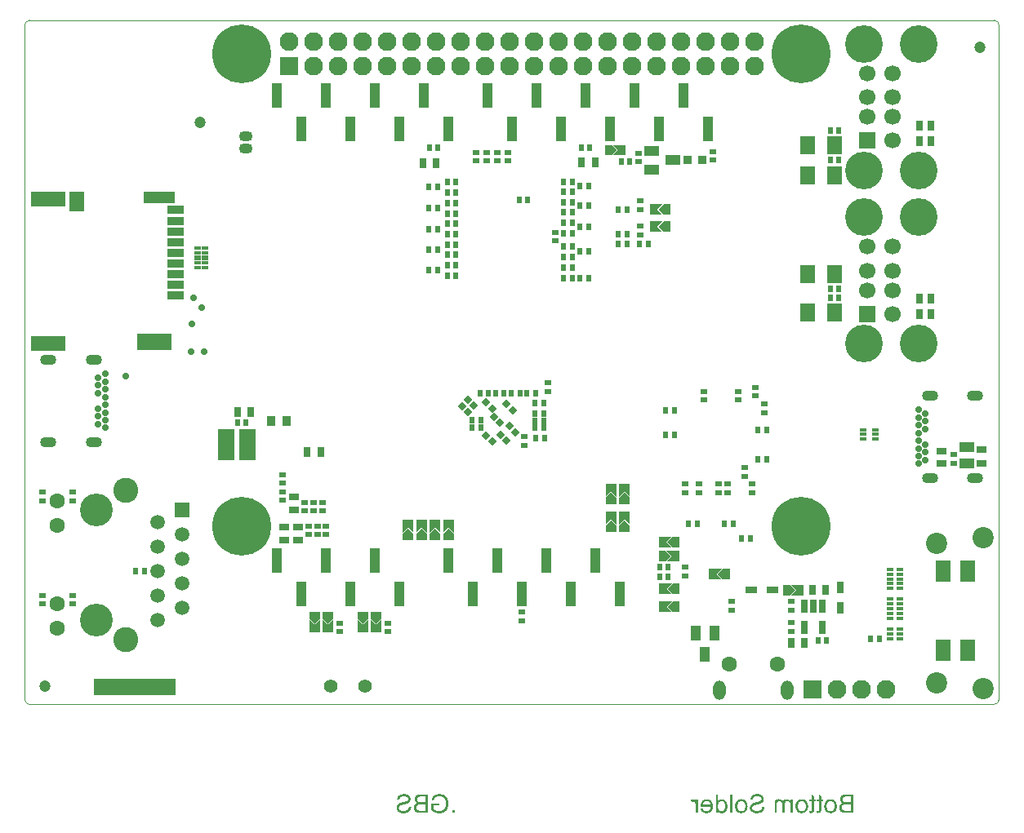
<source format=gbs>
G04 Layer_Color=16711935*
%FSLAX43Y43*%
%MOMM*%
G71*
G01*
G75*
%ADD103C,0.100*%
%ADD113C,1.600*%
%ADD120C,1.400*%
%ADD121C,1.500*%
%ADD149R,8.500X1.750*%
%ADD150R,0.610X0.800*%
%ADD151R,0.800X0.610*%
%ADD152R,0.610X0.660*%
%ADD153R,0.700X0.350*%
%ADD154R,0.660X0.610*%
%ADD156C,0.700*%
%ADD157R,0.990X0.740*%
%ADD159R,1.500X1.100*%
%ADD160R,1.000X0.650*%
%ADD163C,0.354*%
%ADD164R,1.100X0.740*%
%ADD165R,0.740X1.100*%
%ADD166R,0.900X0.900*%
%ADD168R,0.900X1.050*%
%ADD172R,1.500X1.000*%
%ADD173R,0.740X0.990*%
%ADD176C,1.200*%
%ADD192R,1.100X1.500*%
%ADD196R,0.680X0.300*%
%ADD197R,0.680X0.500*%
%ADD211R,0.800X0.300*%
%ADD230C,6.100*%
%ADD231R,1.700X1.700*%
%ADD232C,1.700*%
%ADD233C,3.900*%
%ADD234O,1.700X1.100*%
%ADD235C,2.200*%
%ADD236O,1.400X1.100*%
%ADD237R,1.500X1.500*%
%ADD238C,2.600*%
%ADD239C,3.400*%
%ADD240C,1.950*%
%ADD241R,1.950X1.950*%
%ADD242O,1.300X2.000*%
%ADD243R,0.650X1.000*%
%ADD244R,1.160X0.640*%
%ADD245R,1.116X2.513*%
%ADD246R,1.500X1.880*%
G04:AMPARAMS|DCode=247|XSize=0.66mm|YSize=0.61mm|CornerRadius=0mm|HoleSize=0mm|Usage=FLASHONLY|Rotation=315.000|XOffset=0mm|YOffset=0mm|HoleType=Round|Shape=Rectangle|*
%AMROTATEDRECTD247*
4,1,4,-0.449,0.018,-0.018,0.449,0.449,-0.018,0.018,-0.449,-0.449,0.018,0.0*
%
%ADD247ROTATEDRECTD247*%

G04:AMPARAMS|DCode=248|XSize=0.66mm|YSize=0.61mm|CornerRadius=0mm|HoleSize=0mm|Usage=FLASHONLY|Rotation=45.000|XOffset=0mm|YOffset=0mm|HoleType=Round|Shape=Rectangle|*
%AMROTATEDRECTD248*
4,1,4,-0.018,-0.449,-0.449,-0.018,0.018,0.449,0.449,0.018,-0.018,-0.449,0.0*
%
%ADD248ROTATEDRECTD248*%

%ADD249R,1.700X0.900*%
%ADD250R,3.200X1.300*%
%ADD251R,3.600X1.700*%
%ADD252R,3.600X1.500*%
%ADD253R,3.600X1.600*%
%ADD254R,1.500X2.050*%
%ADD255R,0.640X1.160*%
%ADD256R,0.750X0.350*%
%ADD257R,1.800X3.200*%
%ADD258R,0.700X1.400*%
%ADD259R,1.600X2.250*%
G36*
X36975Y7475D02*
X35875D01*
Y8825D01*
X36425Y8275D01*
Y8275D01*
X36975Y8825D01*
Y7475D01*
D02*
G37*
G36*
X30575Y8925D02*
X30025Y8375D01*
X29475Y8925D01*
Y9625D01*
X30575D01*
Y8925D01*
D02*
G37*
G36*
X31975D02*
X31425Y8375D01*
X30875Y8925D01*
Y9625D01*
X31975D01*
Y8925D01*
D02*
G37*
G36*
X35575Y7475D02*
X34475D01*
Y8825D01*
X35025Y8275D01*
Y8275D01*
X35575Y8825D01*
Y7475D01*
D02*
G37*
G36*
X79041Y-9828D02*
X79089Y-9836D01*
X79130Y-9844D01*
X79166Y-9855D01*
X79197Y-9869D01*
X79219Y-9878D01*
X79233Y-9886D01*
X79239Y-9889D01*
X79277Y-9914D01*
X79311Y-9941D01*
X79341Y-9969D01*
X79366Y-9997D01*
X79386Y-10019D01*
X79402Y-10039D01*
X79411Y-10050D01*
X79414Y-10055D01*
Y-9855D01*
X79625D01*
Y-11249D01*
X79389D01*
Y-10527D01*
X79386Y-10461D01*
X79383Y-10402D01*
X79377Y-10352D01*
X79369Y-10311D01*
X79361Y-10280D01*
X79355Y-10258D01*
X79352Y-10244D01*
X79350Y-10238D01*
X79333Y-10202D01*
X79314Y-10172D01*
X79294Y-10144D01*
X79275Y-10122D01*
X79255Y-10105D01*
X79241Y-10094D01*
X79230Y-10086D01*
X79228Y-10083D01*
X79194Y-10066D01*
X79164Y-10052D01*
X79130Y-10044D01*
X79103Y-10036D01*
X79080Y-10033D01*
X79061Y-10030D01*
X79044D01*
X78997Y-10033D01*
X78958Y-10041D01*
X78925Y-10055D01*
X78900Y-10069D01*
X78880Y-10086D01*
X78867Y-10097D01*
X78858Y-10108D01*
X78855Y-10111D01*
X78836Y-10144D01*
X78822Y-10180D01*
X78811Y-10219D01*
X78806Y-10258D01*
X78800Y-10291D01*
X78797Y-10322D01*
Y-10333D01*
Y-10338D01*
Y-10344D01*
Y-10347D01*
Y-11249D01*
X78561D01*
Y-10441D01*
X78556Y-10366D01*
X78545Y-10302D01*
X78531Y-10250D01*
X78511Y-10205D01*
X78495Y-10172D01*
X78478Y-10150D01*
X78467Y-10136D01*
X78464Y-10130D01*
X78425Y-10097D01*
X78384Y-10072D01*
X78342Y-10055D01*
X78303Y-10041D01*
X78270Y-10036D01*
X78242Y-10033D01*
X78231Y-10030D01*
X78217D01*
X78186Y-10033D01*
X78161Y-10036D01*
X78136Y-10041D01*
X78117Y-10050D01*
X78098Y-10058D01*
X78086Y-10064D01*
X78078Y-10066D01*
X78075Y-10069D01*
X78053Y-10086D01*
X78037Y-10102D01*
X78023Y-10119D01*
X78012Y-10136D01*
X78003Y-10150D01*
X77998Y-10161D01*
X77992Y-10169D01*
Y-10172D01*
X77984Y-10197D01*
X77978Y-10230D01*
X77975Y-10263D01*
X77973Y-10297D01*
X77970Y-10327D01*
Y-10352D01*
Y-10369D01*
Y-10372D01*
Y-10374D01*
Y-11249D01*
X77734D01*
Y-10294D01*
Y-10250D01*
X77739Y-10211D01*
X77745Y-10172D01*
X77751Y-10139D01*
X77759Y-10105D01*
X77770Y-10077D01*
X77778Y-10052D01*
X77789Y-10027D01*
X77801Y-10008D01*
X77809Y-9989D01*
X77828Y-9964D01*
X77839Y-9947D01*
X77845Y-9941D01*
X77889Y-9903D01*
X77942Y-9875D01*
X77995Y-9853D01*
X78045Y-9839D01*
X78092Y-9830D01*
X78111Y-9828D01*
X78131D01*
X78145Y-9825D01*
X78164D01*
X78214Y-9828D01*
X78259Y-9836D01*
X78303Y-9847D01*
X78345Y-9864D01*
X78384Y-9883D01*
X78420Y-9903D01*
X78450Y-9925D01*
X78481Y-9947D01*
X78508Y-9972D01*
X78531Y-9994D01*
X78550Y-10014D01*
X78567Y-10033D01*
X78581Y-10050D01*
X78589Y-10061D01*
X78595Y-10069D01*
X78597Y-10072D01*
X78614Y-10030D01*
X78636Y-9994D01*
X78661Y-9964D01*
X78683Y-9939D01*
X78706Y-9916D01*
X78722Y-9903D01*
X78733Y-9894D01*
X78739Y-9891D01*
X78778Y-9869D01*
X78819Y-9853D01*
X78861Y-9841D01*
X78903Y-9833D01*
X78936Y-9828D01*
X78967Y-9825D01*
X78992D01*
X79041Y-9828D01*
D02*
G37*
G36*
X30575Y7475D02*
X29475D01*
Y8825D01*
X30025Y8275D01*
Y8275D01*
X30575Y8825D01*
Y7475D01*
D02*
G37*
G36*
X31975D02*
X30875D01*
Y8825D01*
X31425Y8275D01*
Y8275D01*
X31975Y8825D01*
Y7475D01*
D02*
G37*
G36*
X79850Y11875D02*
X79300Y11325D01*
X78600D01*
Y12425D01*
X79300D01*
X79850Y11875D01*
D02*
G37*
G36*
X80750Y11325D02*
X79400D01*
X79950Y11875D01*
X79950D01*
X79400Y12425D01*
X80750D01*
Y11325D01*
D02*
G37*
G36*
X66525Y11975D02*
X66525D01*
X67075Y11425D01*
X65725D01*
Y12525D01*
X67075D01*
X66525Y11975D01*
D02*
G37*
G36*
X67875Y9575D02*
X67175D01*
X66625Y10125D01*
X67175Y10675D01*
X67875D01*
Y9575D01*
D02*
G37*
G36*
X35575Y8925D02*
X35025Y8375D01*
X34475Y8925D01*
Y9625D01*
X35575D01*
Y8925D01*
D02*
G37*
G36*
X36975D02*
X36425Y8375D01*
X35875Y8925D01*
Y9625D01*
X36975D01*
Y8925D01*
D02*
G37*
G36*
X66525Y10125D02*
X66525D01*
X67075Y9575D01*
X65725D01*
Y10675D01*
X67075D01*
X66525Y10125D01*
D02*
G37*
G36*
X82570Y-9511D02*
Y-9855D01*
X82745D01*
Y-10039D01*
X82570D01*
Y-10844D01*
Y-10883D01*
Y-10916D01*
X82567Y-10946D01*
X82565Y-10977D01*
Y-11002D01*
X82562Y-11024D01*
X82556Y-11060D01*
X82551Y-11088D01*
X82548Y-11107D01*
X82542Y-11119D01*
Y-11121D01*
X82531Y-11146D01*
X82515Y-11166D01*
X82498Y-11185D01*
X82484Y-11199D01*
X82467Y-11213D01*
X82456Y-11221D01*
X82448Y-11227D01*
X82445Y-11230D01*
X82415Y-11243D01*
X82384Y-11252D01*
X82351Y-11260D01*
X82317Y-11263D01*
X82290Y-11266D01*
X82267Y-11268D01*
X82245D01*
X82184Y-11266D01*
X82154Y-11263D01*
X82126Y-11257D01*
X82101Y-11255D01*
X82081Y-11252D01*
X82070Y-11249D01*
X82065D01*
X82095Y-11041D01*
X82118Y-11044D01*
X82140Y-11046D01*
X82159D01*
X82173Y-11049D01*
X82201D01*
X82237Y-11046D01*
X82262Y-11041D01*
X82276Y-11035D01*
X82281Y-11032D01*
X82301Y-11019D01*
X82312Y-11005D01*
X82320Y-10994D01*
X82323Y-10988D01*
X82326Y-10974D01*
X82329Y-10955D01*
X82331Y-10910D01*
X82334Y-10891D01*
Y-10874D01*
Y-10863D01*
Y-10858D01*
Y-10039D01*
X82095D01*
Y-9855D01*
X82334D01*
Y-9370D01*
X82570Y-9511D01*
D02*
G37*
G36*
X76018Y-9297D02*
X76082Y-9306D01*
X76143Y-9317D01*
X76196Y-9328D01*
X76238Y-9339D01*
X76257Y-9345D01*
X76271Y-9350D01*
X76282Y-9356D01*
X76290Y-9358D01*
X76296Y-9361D01*
X76299D01*
X76354Y-9389D01*
X76404Y-9419D01*
X76446Y-9453D01*
X76479Y-9483D01*
X76504Y-9511D01*
X76523Y-9533D01*
X76537Y-9550D01*
X76540Y-9553D01*
Y-9556D01*
X76568Y-9603D01*
X76587Y-9650D01*
X76601Y-9697D01*
X76610Y-9739D01*
X76615Y-9775D01*
X76621Y-9803D01*
Y-9814D01*
Y-9822D01*
Y-9825D01*
Y-9828D01*
X76618Y-9875D01*
X76610Y-9919D01*
X76598Y-9961D01*
X76587Y-9997D01*
X76576Y-10025D01*
X76565Y-10047D01*
X76557Y-10061D01*
X76554Y-10066D01*
X76526Y-10105D01*
X76493Y-10141D01*
X76460Y-10172D01*
X76426Y-10197D01*
X76399Y-10219D01*
X76374Y-10233D01*
X76357Y-10244D01*
X76354Y-10247D01*
X76351D01*
X76329Y-10258D01*
X76304Y-10269D01*
X76249Y-10288D01*
X76185Y-10308D01*
X76124Y-10327D01*
X76068Y-10344D01*
X76043Y-10350D01*
X76021Y-10355D01*
X76004Y-10361D01*
X75990Y-10363D01*
X75982Y-10366D01*
X75979D01*
X75932Y-10377D01*
X75888Y-10388D01*
X75849Y-10399D01*
X75816Y-10408D01*
X75782Y-10416D01*
X75754Y-10424D01*
X75729Y-10430D01*
X75710Y-10438D01*
X75691Y-10444D01*
X75677Y-10447D01*
X75655Y-10455D01*
X75641Y-10458D01*
X75638Y-10461D01*
X75596Y-10477D01*
X75560Y-10497D01*
X75530Y-10516D01*
X75507Y-10533D01*
X75488Y-10549D01*
X75477Y-10561D01*
X75469Y-10569D01*
X75466Y-10572D01*
X75446Y-10597D01*
X75432Y-10624D01*
X75424Y-10652D01*
X75416Y-10674D01*
X75413Y-10697D01*
X75410Y-10713D01*
Y-10727D01*
Y-10730D01*
X75413Y-10763D01*
X75419Y-10794D01*
X75427Y-10821D01*
X75438Y-10844D01*
X75449Y-10866D01*
X75457Y-10880D01*
X75463Y-10891D01*
X75466Y-10894D01*
X75488Y-10921D01*
X75516Y-10944D01*
X75543Y-10963D01*
X75568Y-10982D01*
X75593Y-10994D01*
X75613Y-11005D01*
X75627Y-11010D01*
X75632Y-11013D01*
X75674Y-11027D01*
X75718Y-11038D01*
X75763Y-11044D01*
X75802Y-11049D01*
X75835Y-11052D01*
X75863Y-11055D01*
X75888D01*
X75949Y-11052D01*
X76004Y-11046D01*
X76054Y-11038D01*
X76099Y-11027D01*
X76135Y-11016D01*
X76163Y-11007D01*
X76171Y-11005D01*
X76179Y-11002D01*
X76182Y-10999D01*
X76185D01*
X76229Y-10977D01*
X76271Y-10952D01*
X76301Y-10927D01*
X76329Y-10902D01*
X76351Y-10883D01*
X76365Y-10863D01*
X76374Y-10852D01*
X76376Y-10849D01*
X76396Y-10813D01*
X76415Y-10774D01*
X76426Y-10733D01*
X76437Y-10697D01*
X76446Y-10660D01*
X76451Y-10635D01*
Y-10624D01*
X76454Y-10616D01*
Y-10613D01*
Y-10610D01*
X76693Y-10633D01*
X76687Y-10702D01*
X76676Y-10769D01*
X76660Y-10827D01*
X76640Y-10880D01*
X76621Y-10921D01*
X76612Y-10938D01*
X76607Y-10952D01*
X76598Y-10963D01*
X76596Y-10971D01*
X76590Y-10977D01*
Y-10980D01*
X76548Y-11032D01*
X76504Y-11080D01*
X76457Y-11119D01*
X76412Y-11152D01*
X76374Y-11177D01*
X76340Y-11193D01*
X76329Y-11199D01*
X76321Y-11205D01*
X76315Y-11207D01*
X76312D01*
X76243Y-11232D01*
X76171Y-11252D01*
X76099Y-11263D01*
X76029Y-11274D01*
X75996Y-11277D01*
X75968Y-11280D01*
X75943D01*
X75921Y-11282D01*
X75877D01*
X75802Y-11280D01*
X75732Y-11271D01*
X75668Y-11257D01*
X75616Y-11243D01*
X75571Y-11232D01*
X75552Y-11224D01*
X75535Y-11218D01*
X75524Y-11213D01*
X75516Y-11210D01*
X75510Y-11207D01*
X75507D01*
X75449Y-11177D01*
X75399Y-11144D01*
X75355Y-11107D01*
X75319Y-11074D01*
X75291Y-11046D01*
X75271Y-11021D01*
X75258Y-11005D01*
X75255Y-11002D01*
Y-10999D01*
X75224Y-10946D01*
X75202Y-10896D01*
X75188Y-10849D01*
X75177Y-10805D01*
X75171Y-10766D01*
X75166Y-10735D01*
Y-10724D01*
Y-10716D01*
Y-10713D01*
Y-10710D01*
X75169Y-10655D01*
X75177Y-10602D01*
X75191Y-10555D01*
X75205Y-10516D01*
X75221Y-10483D01*
X75233Y-10458D01*
X75244Y-10444D01*
X75246Y-10438D01*
X75280Y-10397D01*
X75319Y-10358D01*
X75360Y-10325D01*
X75402Y-10294D01*
X75438Y-10272D01*
X75469Y-10255D01*
X75480Y-10250D01*
X75488Y-10244D01*
X75493Y-10241D01*
X75496D01*
X75518Y-10230D01*
X75546Y-10222D01*
X75577Y-10211D01*
X75610Y-10200D01*
X75679Y-10180D01*
X75752Y-10161D01*
X75785Y-10152D01*
X75816Y-10144D01*
X75846Y-10136D01*
X75871Y-10130D01*
X75890Y-10125D01*
X75907Y-10122D01*
X75918Y-10119D01*
X75921D01*
X75977Y-10105D01*
X76027Y-10094D01*
X76071Y-10080D01*
X76110Y-10069D01*
X76146Y-10055D01*
X76176Y-10044D01*
X76204Y-10033D01*
X76229Y-10025D01*
X76249Y-10014D01*
X76265Y-10005D01*
X76276Y-10000D01*
X76287Y-9991D01*
X76301Y-9983D01*
X76304Y-9980D01*
X76329Y-9953D01*
X76346Y-9925D01*
X76360Y-9897D01*
X76368Y-9869D01*
X76374Y-9847D01*
X76376Y-9828D01*
Y-9816D01*
Y-9811D01*
X76371Y-9767D01*
X76360Y-9728D01*
X76343Y-9694D01*
X76324Y-9664D01*
X76307Y-9642D01*
X76290Y-9622D01*
X76279Y-9611D01*
X76274Y-9608D01*
X76251Y-9594D01*
X76229Y-9580D01*
X76176Y-9558D01*
X76121Y-9544D01*
X76065Y-9533D01*
X76015Y-9528D01*
X75993Y-9525D01*
X75977Y-9522D01*
X75938D01*
X75860Y-9525D01*
X75791Y-9536D01*
X75735Y-9553D01*
X75688Y-9569D01*
X75652Y-9586D01*
X75624Y-9603D01*
X75610Y-9614D01*
X75605Y-9617D01*
X75566Y-9655D01*
X75535Y-9697D01*
X75510Y-9742D01*
X75493Y-9786D01*
X75482Y-9828D01*
X75474Y-9858D01*
X75471Y-9872D01*
X75469Y-9880D01*
Y-9886D01*
Y-9889D01*
X75224Y-9869D01*
X75230Y-9808D01*
X75244Y-9753D01*
X75258Y-9700D01*
X75277Y-9655D01*
X75294Y-9619D01*
X75307Y-9592D01*
X75313Y-9583D01*
X75319Y-9575D01*
X75321Y-9572D01*
Y-9569D01*
X75357Y-9522D01*
X75396Y-9481D01*
X75438Y-9444D01*
X75480Y-9417D01*
X75516Y-9392D01*
X75543Y-9378D01*
X75555Y-9372D01*
X75563Y-9367D01*
X75568Y-9364D01*
X75571D01*
X75632Y-9342D01*
X75699Y-9325D01*
X75760Y-9311D01*
X75818Y-9303D01*
X75871Y-9297D01*
X75890D01*
X75910Y-9295D01*
X75946D01*
X76018Y-9297D01*
D02*
G37*
G36*
X71873Y-10016D02*
X71898Y-9986D01*
X71926Y-9961D01*
X71951Y-9936D01*
X71979Y-9916D01*
X72001Y-9903D01*
X72018Y-9889D01*
X72029Y-9883D01*
X72034Y-9880D01*
X72070Y-9861D01*
X72109Y-9847D01*
X72148Y-9839D01*
X72184Y-9830D01*
X72215Y-9828D01*
X72237Y-9825D01*
X72259D01*
X72320Y-9828D01*
X72379Y-9839D01*
X72431Y-9853D01*
X72476Y-9869D01*
X72515Y-9889D01*
X72542Y-9903D01*
X72553Y-9908D01*
X72562Y-9914D01*
X72565Y-9916D01*
X72567D01*
X72617Y-9953D01*
X72659Y-9997D01*
X72695Y-10039D01*
X72723Y-10080D01*
X72745Y-10119D01*
X72762Y-10150D01*
X72767Y-10161D01*
X72773Y-10169D01*
X72776Y-10175D01*
Y-10177D01*
X72798Y-10241D01*
X72814Y-10308D01*
X72828Y-10372D01*
X72837Y-10430D01*
X72842Y-10480D01*
Y-10502D01*
X72845Y-10519D01*
Y-10536D01*
Y-10547D01*
Y-10552D01*
Y-10555D01*
X72842Y-10633D01*
X72834Y-10705D01*
X72820Y-10769D01*
X72806Y-10824D01*
X72801Y-10849D01*
X72795Y-10869D01*
X72787Y-10888D01*
X72781Y-10905D01*
X72776Y-10916D01*
X72773Y-10924D01*
X72770Y-10930D01*
Y-10933D01*
X72739Y-10991D01*
X72703Y-11041D01*
X72667Y-11085D01*
X72631Y-11121D01*
X72601Y-11149D01*
X72576Y-11171D01*
X72559Y-11182D01*
X72556Y-11188D01*
X72553D01*
X72501Y-11218D01*
X72448Y-11241D01*
X72395Y-11257D01*
X72348Y-11268D01*
X72309Y-11274D01*
X72276Y-11277D01*
X72265Y-11280D01*
X72248D01*
X72201Y-11277D01*
X72156Y-11271D01*
X72115Y-11260D01*
X72079Y-11246D01*
X72043Y-11232D01*
X72009Y-11216D01*
X71982Y-11196D01*
X71957Y-11177D01*
X71932Y-11157D01*
X71912Y-11138D01*
X71896Y-11121D01*
X71882Y-11107D01*
X71871Y-11094D01*
X71862Y-11082D01*
X71859Y-11077D01*
X71857Y-11074D01*
Y-11249D01*
X71637D01*
Y-9328D01*
X71873D01*
Y-10016D01*
D02*
G37*
G36*
X74330Y-9828D02*
X74375Y-9830D01*
X74461Y-9850D01*
X74536Y-9875D01*
X74569Y-9889D01*
X74600Y-9903D01*
X74627Y-9916D01*
X74650Y-9930D01*
X74672Y-9944D01*
X74688Y-9955D01*
X74702Y-9966D01*
X74713Y-9975D01*
X74719Y-9977D01*
X74722Y-9980D01*
X74761Y-10016D01*
X74791Y-10058D01*
X74822Y-10102D01*
X74844Y-10147D01*
X74866Y-10194D01*
X74883Y-10244D01*
X74897Y-10291D01*
X74908Y-10336D01*
X74919Y-10380D01*
X74924Y-10419D01*
X74930Y-10458D01*
X74933Y-10488D01*
Y-10516D01*
X74935Y-10536D01*
Y-10547D01*
Y-10552D01*
X74933Y-10616D01*
X74927Y-10677D01*
X74919Y-10733D01*
X74908Y-10785D01*
X74894Y-10833D01*
X74880Y-10877D01*
X74863Y-10919D01*
X74847Y-10955D01*
X74830Y-10988D01*
X74813Y-11016D01*
X74799Y-11038D01*
X74786Y-11057D01*
X74774Y-11074D01*
X74766Y-11085D01*
X74761Y-11091D01*
X74758Y-11094D01*
X74722Y-11127D01*
X74686Y-11155D01*
X74647Y-11180D01*
X74608Y-11202D01*
X74569Y-11218D01*
X74527Y-11235D01*
X74452Y-11257D01*
X74419Y-11263D01*
X74386Y-11268D01*
X74358Y-11274D01*
X74333Y-11277D01*
X74311Y-11280D01*
X74283D01*
X74216Y-11277D01*
X74155Y-11266D01*
X74097Y-11252D01*
X74050Y-11238D01*
X74008Y-11221D01*
X73992Y-11216D01*
X73978Y-11210D01*
X73964Y-11205D01*
X73955Y-11199D01*
X73953Y-11196D01*
X73950D01*
X73894Y-11160D01*
X73847Y-11121D01*
X73806Y-11082D01*
X73772Y-11044D01*
X73747Y-11010D01*
X73728Y-10982D01*
X73722Y-10971D01*
X73717Y-10963D01*
X73714Y-10960D01*
Y-10958D01*
X73686Y-10894D01*
X73667Y-10824D01*
X73650Y-10755D01*
X73642Y-10685D01*
X73636Y-10655D01*
Y-10627D01*
X73633Y-10599D01*
X73631Y-10577D01*
Y-10558D01*
Y-10544D01*
Y-10536D01*
Y-10533D01*
X73633Y-10472D01*
X73639Y-10416D01*
X73647Y-10363D01*
X73658Y-10313D01*
X73672Y-10266D01*
X73689Y-10225D01*
X73706Y-10183D01*
X73722Y-10150D01*
X73739Y-10119D01*
X73756Y-10091D01*
X73772Y-10066D01*
X73786Y-10047D01*
X73797Y-10033D01*
X73806Y-10022D01*
X73811Y-10016D01*
X73814Y-10014D01*
X73850Y-9980D01*
X73886Y-9953D01*
X73925Y-9925D01*
X73964Y-9905D01*
X74003Y-9886D01*
X74042Y-9872D01*
X74116Y-9847D01*
X74153Y-9841D01*
X74183Y-9836D01*
X74211Y-9830D01*
X74236Y-9828D01*
X74255Y-9825D01*
X74283D01*
X74330Y-9828D01*
D02*
G37*
G36*
X43058Y-9300D02*
X43155Y-9314D01*
X43199Y-9322D01*
X43241Y-9333D01*
X43280Y-9342D01*
X43316Y-9353D01*
X43349Y-9364D01*
X43377Y-9375D01*
X43402Y-9386D01*
X43424Y-9394D01*
X43441Y-9403D01*
X43452Y-9408D01*
X43460Y-9411D01*
X43463Y-9414D01*
X43502Y-9439D01*
X43541Y-9464D01*
X43608Y-9522D01*
X43666Y-9580D01*
X43713Y-9642D01*
X43752Y-9694D01*
X43766Y-9717D01*
X43777Y-9739D01*
X43788Y-9755D01*
X43794Y-9767D01*
X43796Y-9775D01*
X43799Y-9778D01*
X43838Y-9869D01*
X43866Y-9961D01*
X43888Y-10050D01*
X43893Y-10091D01*
X43902Y-10130D01*
X43905Y-10166D01*
X43910Y-10197D01*
X43913Y-10227D01*
Y-10252D01*
X43916Y-10272D01*
Y-10286D01*
Y-10297D01*
Y-10300D01*
X43910Y-10402D01*
X43896Y-10499D01*
X43888Y-10544D01*
X43880Y-10585D01*
X43868Y-10627D01*
X43857Y-10663D01*
X43846Y-10697D01*
X43835Y-10724D01*
X43827Y-10752D01*
X43819Y-10771D01*
X43810Y-10791D01*
X43805Y-10802D01*
X43799Y-10810D01*
Y-10813D01*
X43749Y-10894D01*
X43694Y-10963D01*
X43635Y-11024D01*
X43580Y-11074D01*
X43527Y-11113D01*
X43508Y-11127D01*
X43488Y-11141D01*
X43472Y-11149D01*
X43460Y-11157D01*
X43452Y-11160D01*
X43449Y-11163D01*
X43405Y-11185D01*
X43360Y-11202D01*
X43272Y-11232D01*
X43186Y-11252D01*
X43105Y-11268D01*
X43069Y-11271D01*
X43036Y-11277D01*
X43005Y-11280D01*
X42980D01*
X42961Y-11282D01*
X42933D01*
X42855Y-11280D01*
X42780Y-11271D01*
X42711Y-11257D01*
X42650Y-11243D01*
X42625Y-11238D01*
X42600Y-11232D01*
X42578Y-11224D01*
X42558Y-11218D01*
X42544Y-11213D01*
X42533Y-11210D01*
X42528Y-11207D01*
X42525D01*
X42450Y-11177D01*
X42380Y-11141D01*
X42314Y-11102D01*
X42256Y-11066D01*
X42231Y-11049D01*
X42206Y-11032D01*
X42186Y-11019D01*
X42169Y-11007D01*
X42156Y-10996D01*
X42144Y-10988D01*
X42139Y-10985D01*
X42136Y-10982D01*
Y-10269D01*
X42952D01*
Y-10497D01*
X42386D01*
Y-10858D01*
X42419Y-10885D01*
X42458Y-10910D01*
X42500Y-10933D01*
X42539Y-10952D01*
X42572Y-10969D01*
X42603Y-10982D01*
X42614Y-10988D01*
X42619Y-10991D01*
X42625Y-10994D01*
X42628D01*
X42686Y-11013D01*
X42744Y-11030D01*
X42797Y-11041D01*
X42847Y-11046D01*
X42888Y-11052D01*
X42905D01*
X42922Y-11055D01*
X42950D01*
X43019Y-11052D01*
X43086Y-11041D01*
X43147Y-11027D01*
X43202Y-11013D01*
X43247Y-10996D01*
X43266Y-10991D01*
X43280Y-10985D01*
X43294Y-10980D01*
X43302Y-10974D01*
X43308Y-10971D01*
X43310D01*
X43369Y-10935D01*
X43422Y-10896D01*
X43466Y-10855D01*
X43502Y-10813D01*
X43533Y-10774D01*
X43552Y-10744D01*
X43560Y-10733D01*
X43563Y-10724D01*
X43569Y-10719D01*
Y-10716D01*
X43596Y-10647D01*
X43619Y-10574D01*
X43633Y-10502D01*
X43644Y-10433D01*
X43646Y-10402D01*
X43649Y-10374D01*
X43652Y-10347D01*
Y-10325D01*
X43655Y-10308D01*
Y-10294D01*
Y-10286D01*
Y-10283D01*
X43652Y-10205D01*
X43644Y-10136D01*
X43633Y-10069D01*
X43619Y-10011D01*
X43613Y-9986D01*
X43605Y-9964D01*
X43599Y-9944D01*
X43594Y-9928D01*
X43588Y-9914D01*
X43585Y-9905D01*
X43583Y-9900D01*
Y-9897D01*
X43563Y-9858D01*
X43544Y-9822D01*
X43524Y-9789D01*
X43505Y-9761D01*
X43488Y-9739D01*
X43474Y-9719D01*
X43463Y-9708D01*
X43460Y-9705D01*
X43430Y-9675D01*
X43397Y-9647D01*
X43360Y-9625D01*
X43327Y-9603D01*
X43299Y-9589D01*
X43277Y-9575D01*
X43261Y-9569D01*
X43255Y-9567D01*
X43205Y-9547D01*
X43155Y-9533D01*
X43102Y-9525D01*
X43055Y-9517D01*
X43013Y-9514D01*
X42997D01*
X42983Y-9511D01*
X42952D01*
X42900Y-9514D01*
X42850Y-9519D01*
X42805Y-9528D01*
X42766Y-9536D01*
X42733Y-9547D01*
X42708Y-9556D01*
X42694Y-9561D01*
X42689Y-9564D01*
X42647Y-9583D01*
X42611Y-9605D01*
X42578Y-9628D01*
X42553Y-9650D01*
X42533Y-9669D01*
X42516Y-9683D01*
X42508Y-9694D01*
X42505Y-9697D01*
X42480Y-9730D01*
X42461Y-9769D01*
X42442Y-9805D01*
X42425Y-9844D01*
X42414Y-9878D01*
X42405Y-9903D01*
X42403Y-9914D01*
X42400Y-9922D01*
X42397Y-9925D01*
Y-9928D01*
X42167Y-9866D01*
X42186Y-9797D01*
X42211Y-9736D01*
X42236Y-9680D01*
X42258Y-9636D01*
X42280Y-9600D01*
X42297Y-9575D01*
X42308Y-9558D01*
X42314Y-9553D01*
X42353Y-9508D01*
X42394Y-9472D01*
X42439Y-9439D01*
X42480Y-9411D01*
X42519Y-9392D01*
X42550Y-9375D01*
X42561Y-9370D01*
X42569Y-9367D01*
X42575Y-9364D01*
X42578D01*
X42641Y-9342D01*
X42708Y-9325D01*
X42769Y-9311D01*
X42827Y-9303D01*
X42880Y-9297D01*
X42902D01*
X42919Y-9295D01*
X43008D01*
X43058Y-9300D01*
D02*
G37*
G36*
X39382Y-9297D02*
X39446Y-9306D01*
X39507Y-9317D01*
X39560Y-9328D01*
X39601Y-9339D01*
X39621Y-9345D01*
X39635Y-9350D01*
X39646Y-9356D01*
X39654Y-9358D01*
X39660Y-9361D01*
X39663D01*
X39718Y-9389D01*
X39768Y-9419D01*
X39810Y-9453D01*
X39843Y-9483D01*
X39868Y-9511D01*
X39887Y-9533D01*
X39901Y-9550D01*
X39904Y-9553D01*
Y-9556D01*
X39932Y-9603D01*
X39951Y-9650D01*
X39965Y-9697D01*
X39973Y-9739D01*
X39979Y-9775D01*
X39985Y-9803D01*
Y-9814D01*
Y-9822D01*
Y-9825D01*
Y-9828D01*
X39982Y-9875D01*
X39973Y-9919D01*
X39962Y-9961D01*
X39951Y-9997D01*
X39940Y-10025D01*
X39929Y-10047D01*
X39921Y-10061D01*
X39918Y-10066D01*
X39890Y-10105D01*
X39857Y-10141D01*
X39824Y-10172D01*
X39790Y-10197D01*
X39762Y-10219D01*
X39737Y-10233D01*
X39721Y-10244D01*
X39718Y-10247D01*
X39715D01*
X39693Y-10258D01*
X39668Y-10269D01*
X39613Y-10288D01*
X39549Y-10308D01*
X39488Y-10327D01*
X39432Y-10344D01*
X39407Y-10350D01*
X39385Y-10355D01*
X39368Y-10361D01*
X39354Y-10363D01*
X39346Y-10366D01*
X39343D01*
X39296Y-10377D01*
X39252Y-10388D01*
X39213Y-10399D01*
X39179Y-10408D01*
X39146Y-10416D01*
X39118Y-10424D01*
X39093Y-10430D01*
X39074Y-10438D01*
X39055Y-10444D01*
X39041Y-10447D01*
X39018Y-10455D01*
X39005Y-10458D01*
X39002Y-10461D01*
X38960Y-10477D01*
X38924Y-10497D01*
X38894Y-10516D01*
X38871Y-10533D01*
X38852Y-10549D01*
X38841Y-10561D01*
X38832Y-10569D01*
X38830Y-10572D01*
X38810Y-10597D01*
X38796Y-10624D01*
X38788Y-10652D01*
X38780Y-10674D01*
X38777Y-10697D01*
X38774Y-10713D01*
Y-10727D01*
Y-10730D01*
X38777Y-10763D01*
X38782Y-10794D01*
X38791Y-10821D01*
X38802Y-10844D01*
X38813Y-10866D01*
X38821Y-10880D01*
X38827Y-10891D01*
X38830Y-10894D01*
X38852Y-10921D01*
X38880Y-10944D01*
X38907Y-10963D01*
X38932Y-10982D01*
X38957Y-10994D01*
X38977Y-11005D01*
X38991Y-11010D01*
X38996Y-11013D01*
X39038Y-11027D01*
X39082Y-11038D01*
X39127Y-11044D01*
X39166Y-11049D01*
X39199Y-11052D01*
X39227Y-11055D01*
X39252D01*
X39313Y-11052D01*
X39368Y-11046D01*
X39418Y-11038D01*
X39463Y-11027D01*
X39499Y-11016D01*
X39526Y-11007D01*
X39535Y-11005D01*
X39543Y-11002D01*
X39546Y-10999D01*
X39549D01*
X39593Y-10977D01*
X39635Y-10952D01*
X39665Y-10927D01*
X39693Y-10902D01*
X39715Y-10883D01*
X39729Y-10863D01*
X39737Y-10852D01*
X39740Y-10849D01*
X39760Y-10813D01*
X39779Y-10774D01*
X39790Y-10733D01*
X39801Y-10697D01*
X39810Y-10660D01*
X39815Y-10635D01*
Y-10624D01*
X39818Y-10616D01*
Y-10613D01*
Y-10610D01*
X40057Y-10633D01*
X40051Y-10702D01*
X40040Y-10769D01*
X40023Y-10827D01*
X40004Y-10880D01*
X39985Y-10921D01*
X39976Y-10938D01*
X39971Y-10952D01*
X39962Y-10963D01*
X39960Y-10971D01*
X39954Y-10977D01*
Y-10980D01*
X39912Y-11032D01*
X39868Y-11080D01*
X39821Y-11119D01*
X39776Y-11152D01*
X39737Y-11177D01*
X39704Y-11193D01*
X39693Y-11199D01*
X39685Y-11205D01*
X39679Y-11207D01*
X39676D01*
X39607Y-11232D01*
X39535Y-11252D01*
X39463Y-11263D01*
X39393Y-11274D01*
X39360Y-11277D01*
X39332Y-11280D01*
X39307D01*
X39285Y-11282D01*
X39241D01*
X39166Y-11280D01*
X39096Y-11271D01*
X39032Y-11257D01*
X38980Y-11243D01*
X38935Y-11232D01*
X38916Y-11224D01*
X38899Y-11218D01*
X38888Y-11213D01*
X38880Y-11210D01*
X38874Y-11207D01*
X38871D01*
X38813Y-11177D01*
X38763Y-11144D01*
X38719Y-11107D01*
X38683Y-11074D01*
X38655Y-11046D01*
X38635Y-11021D01*
X38621Y-11005D01*
X38619Y-11002D01*
Y-10999D01*
X38588Y-10946D01*
X38566Y-10896D01*
X38552Y-10849D01*
X38541Y-10805D01*
X38535Y-10766D01*
X38530Y-10735D01*
Y-10724D01*
Y-10716D01*
Y-10713D01*
Y-10710D01*
X38533Y-10655D01*
X38541Y-10602D01*
X38555Y-10555D01*
X38569Y-10516D01*
X38585Y-10483D01*
X38596Y-10458D01*
X38608Y-10444D01*
X38610Y-10438D01*
X38644Y-10397D01*
X38683Y-10358D01*
X38724Y-10325D01*
X38766Y-10294D01*
X38802Y-10272D01*
X38832Y-10255D01*
X38844Y-10250D01*
X38852Y-10244D01*
X38857Y-10241D01*
X38860D01*
X38882Y-10230D01*
X38910Y-10222D01*
X38941Y-10211D01*
X38974Y-10200D01*
X39043Y-10180D01*
X39116Y-10161D01*
X39149Y-10152D01*
X39179Y-10144D01*
X39210Y-10136D01*
X39235Y-10130D01*
X39254Y-10125D01*
X39271Y-10122D01*
X39282Y-10119D01*
X39285D01*
X39340Y-10105D01*
X39390Y-10094D01*
X39435Y-10080D01*
X39474Y-10069D01*
X39510Y-10055D01*
X39540Y-10044D01*
X39568Y-10033D01*
X39593Y-10025D01*
X39613Y-10014D01*
X39629Y-10005D01*
X39640Y-10000D01*
X39651Y-9991D01*
X39665Y-9983D01*
X39668Y-9980D01*
X39693Y-9953D01*
X39710Y-9925D01*
X39724Y-9897D01*
X39732Y-9869D01*
X39737Y-9847D01*
X39740Y-9828D01*
Y-9816D01*
Y-9811D01*
X39735Y-9767D01*
X39724Y-9728D01*
X39707Y-9694D01*
X39688Y-9664D01*
X39671Y-9642D01*
X39654Y-9622D01*
X39643Y-9611D01*
X39638Y-9608D01*
X39615Y-9594D01*
X39593Y-9580D01*
X39540Y-9558D01*
X39485Y-9544D01*
X39429Y-9533D01*
X39379Y-9528D01*
X39357Y-9525D01*
X39340Y-9522D01*
X39302D01*
X39224Y-9525D01*
X39154Y-9536D01*
X39099Y-9553D01*
X39052Y-9569D01*
X39016Y-9586D01*
X38988Y-9603D01*
X38974Y-9614D01*
X38968Y-9617D01*
X38930Y-9655D01*
X38899Y-9697D01*
X38874Y-9742D01*
X38857Y-9786D01*
X38846Y-9828D01*
X38838Y-9858D01*
X38835Y-9872D01*
X38832Y-9880D01*
Y-9886D01*
Y-9889D01*
X38588Y-9869D01*
X38594Y-9808D01*
X38608Y-9753D01*
X38621Y-9700D01*
X38641Y-9655D01*
X38658Y-9619D01*
X38671Y-9592D01*
X38677Y-9583D01*
X38683Y-9575D01*
X38685Y-9572D01*
Y-9569D01*
X38721Y-9522D01*
X38760Y-9481D01*
X38802Y-9444D01*
X38844Y-9417D01*
X38880Y-9392D01*
X38907Y-9378D01*
X38918Y-9372D01*
X38927Y-9367D01*
X38932Y-9364D01*
X38935D01*
X38996Y-9342D01*
X39063Y-9325D01*
X39124Y-9311D01*
X39182Y-9303D01*
X39235Y-9297D01*
X39254D01*
X39274Y-9295D01*
X39310D01*
X39382Y-9297D01*
D02*
G37*
G36*
X41772Y-11249D02*
X41040D01*
X40973Y-11246D01*
X40915Y-11243D01*
X40862Y-11238D01*
X40817Y-11232D01*
X40781Y-11227D01*
X40754Y-11224D01*
X40737Y-11218D01*
X40731D01*
X40684Y-11205D01*
X40645Y-11191D01*
X40609Y-11174D01*
X40579Y-11157D01*
X40554Y-11146D01*
X40534Y-11135D01*
X40523Y-11127D01*
X40520Y-11124D01*
X40490Y-11099D01*
X40462Y-11069D01*
X40440Y-11038D01*
X40418Y-11010D01*
X40401Y-10982D01*
X40390Y-10963D01*
X40382Y-10949D01*
X40379Y-10944D01*
X40359Y-10899D01*
X40345Y-10855D01*
X40334Y-10813D01*
X40329Y-10774D01*
X40323Y-10741D01*
X40320Y-10713D01*
Y-10697D01*
Y-10694D01*
Y-10691D01*
X40323Y-10630D01*
X40334Y-10574D01*
X40351Y-10527D01*
X40368Y-10483D01*
X40384Y-10449D01*
X40401Y-10424D01*
X40412Y-10408D01*
X40415Y-10402D01*
X40454Y-10358D01*
X40495Y-10322D01*
X40543Y-10291D01*
X40584Y-10266D01*
X40623Y-10247D01*
X40656Y-10236D01*
X40668Y-10230D01*
X40676Y-10227D01*
X40681Y-10225D01*
X40684D01*
X40637Y-10197D01*
X40595Y-10169D01*
X40562Y-10139D01*
X40534Y-10111D01*
X40512Y-10089D01*
X40495Y-10066D01*
X40487Y-10055D01*
X40484Y-10050D01*
X40462Y-10008D01*
X40445Y-9969D01*
X40432Y-9930D01*
X40423Y-9894D01*
X40418Y-9864D01*
X40415Y-9839D01*
Y-9825D01*
Y-9819D01*
X40418Y-9772D01*
X40426Y-9725D01*
X40440Y-9683D01*
X40454Y-9644D01*
X40468Y-9611D01*
X40482Y-9589D01*
X40490Y-9572D01*
X40493Y-9567D01*
X40523Y-9525D01*
X40556Y-9486D01*
X40593Y-9456D01*
X40626Y-9431D01*
X40654Y-9411D01*
X40679Y-9397D01*
X40695Y-9389D01*
X40698Y-9386D01*
X40701D01*
X40754Y-9367D01*
X40812Y-9353D01*
X40870Y-9342D01*
X40926Y-9336D01*
X40976Y-9331D01*
X40998D01*
X41017Y-9328D01*
X41772D01*
Y-11249D01*
D02*
G37*
G36*
X44560D02*
X44290D01*
Y-10980D01*
X44560D01*
Y-11249D01*
D02*
G37*
G36*
X85874D02*
X85141D01*
X85074Y-11246D01*
X85016Y-11243D01*
X84963Y-11238D01*
X84919Y-11232D01*
X84883Y-11227D01*
X84855Y-11224D01*
X84838Y-11218D01*
X84833D01*
X84785Y-11205D01*
X84747Y-11191D01*
X84711Y-11174D01*
X84680Y-11157D01*
X84655Y-11146D01*
X84636Y-11135D01*
X84624Y-11127D01*
X84622Y-11124D01*
X84591Y-11099D01*
X84563Y-11069D01*
X84541Y-11038D01*
X84519Y-11010D01*
X84502Y-10982D01*
X84491Y-10963D01*
X84483Y-10949D01*
X84480Y-10944D01*
X84461Y-10899D01*
X84447Y-10855D01*
X84436Y-10813D01*
X84430Y-10774D01*
X84425Y-10741D01*
X84422Y-10713D01*
Y-10697D01*
Y-10694D01*
Y-10691D01*
X84425Y-10630D01*
X84436Y-10574D01*
X84452Y-10527D01*
X84469Y-10483D01*
X84486Y-10449D01*
X84502Y-10424D01*
X84513Y-10408D01*
X84516Y-10402D01*
X84555Y-10358D01*
X84597Y-10322D01*
X84644Y-10291D01*
X84686Y-10266D01*
X84724Y-10247D01*
X84758Y-10236D01*
X84769Y-10230D01*
X84777Y-10227D01*
X84783Y-10225D01*
X84785D01*
X84738Y-10197D01*
X84697Y-10169D01*
X84663Y-10139D01*
X84636Y-10111D01*
X84613Y-10089D01*
X84597Y-10066D01*
X84588Y-10055D01*
X84586Y-10050D01*
X84563Y-10008D01*
X84547Y-9969D01*
X84533Y-9930D01*
X84525Y-9894D01*
X84519Y-9864D01*
X84516Y-9839D01*
Y-9825D01*
Y-9819D01*
X84519Y-9772D01*
X84527Y-9725D01*
X84541Y-9683D01*
X84555Y-9644D01*
X84569Y-9611D01*
X84583Y-9589D01*
X84591Y-9572D01*
X84594Y-9567D01*
X84624Y-9525D01*
X84658Y-9486D01*
X84694Y-9456D01*
X84727Y-9431D01*
X84755Y-9411D01*
X84780Y-9397D01*
X84797Y-9389D01*
X84799Y-9386D01*
X84802D01*
X84855Y-9367D01*
X84913Y-9353D01*
X84972Y-9342D01*
X85027Y-9336D01*
X85077Y-9331D01*
X85099D01*
X85119Y-9328D01*
X85874D01*
Y-11249D01*
D02*
G37*
G36*
X70746Y-9828D02*
X70796Y-9833D01*
X70843Y-9841D01*
X70888Y-9855D01*
X70929Y-9869D01*
X70968Y-9886D01*
X71004Y-9903D01*
X71035Y-9922D01*
X71065Y-9939D01*
X71090Y-9958D01*
X71113Y-9975D01*
X71129Y-9989D01*
X71143Y-10002D01*
X71154Y-10011D01*
X71160Y-10016D01*
X71163Y-10019D01*
X71193Y-10058D01*
X71221Y-10100D01*
X71246Y-10141D01*
X71268Y-10186D01*
X71285Y-10233D01*
X71299Y-10277D01*
X71321Y-10366D01*
X71329Y-10405D01*
X71335Y-10444D01*
X71337Y-10477D01*
X71340Y-10508D01*
X71343Y-10533D01*
Y-10549D01*
Y-10563D01*
Y-10566D01*
X71340Y-10627D01*
X71335Y-10685D01*
X71326Y-10741D01*
X71315Y-10791D01*
X71301Y-10838D01*
X71288Y-10883D01*
X71271Y-10921D01*
X71254Y-10958D01*
X71238Y-10988D01*
X71221Y-11016D01*
X71207Y-11038D01*
X71193Y-11057D01*
X71182Y-11074D01*
X71174Y-11085D01*
X71168Y-11091D01*
X71165Y-11094D01*
X71129Y-11127D01*
X71093Y-11155D01*
X71054Y-11180D01*
X71013Y-11202D01*
X70974Y-11218D01*
X70932Y-11235D01*
X70854Y-11257D01*
X70818Y-11263D01*
X70785Y-11268D01*
X70754Y-11274D01*
X70729Y-11277D01*
X70710Y-11280D01*
X70680D01*
X70593Y-11274D01*
X70516Y-11260D01*
X70446Y-11243D01*
X70419Y-11232D01*
X70391Y-11221D01*
X70366Y-11210D01*
X70344Y-11199D01*
X70327Y-11191D01*
X70310Y-11182D01*
X70299Y-11174D01*
X70291Y-11168D01*
X70285Y-11163D01*
X70283D01*
X70227Y-11113D01*
X70183Y-11060D01*
X70144Y-11005D01*
X70116Y-10952D01*
X70094Y-10905D01*
X70085Y-10883D01*
X70077Y-10866D01*
X70072Y-10849D01*
X70069Y-10838D01*
X70066Y-10833D01*
Y-10830D01*
X70310Y-10799D01*
X70332Y-10852D01*
X70357Y-10896D01*
X70382Y-10935D01*
X70405Y-10966D01*
X70424Y-10988D01*
X70441Y-11005D01*
X70455Y-11016D01*
X70457Y-11019D01*
X70494Y-11041D01*
X70530Y-11057D01*
X70568Y-11069D01*
X70602Y-11077D01*
X70632Y-11082D01*
X70657Y-11085D01*
X70680D01*
X70713Y-11082D01*
X70743Y-11080D01*
X70799Y-11066D01*
X70849Y-11046D01*
X70893Y-11024D01*
X70927Y-11005D01*
X70952Y-10985D01*
X70968Y-10971D01*
X70971Y-10966D01*
X70974D01*
X71013Y-10916D01*
X71043Y-10860D01*
X71065Y-10799D01*
X71082Y-10744D01*
X71090Y-10694D01*
X71096Y-10672D01*
X71099Y-10652D01*
Y-10635D01*
X71102Y-10624D01*
Y-10616D01*
Y-10613D01*
X70060D01*
X70058Y-10585D01*
Y-10566D01*
Y-10555D01*
Y-10552D01*
X70060Y-10488D01*
X70066Y-10430D01*
X70074Y-10374D01*
X70085Y-10322D01*
X70099Y-10275D01*
X70113Y-10230D01*
X70130Y-10191D01*
X70146Y-10155D01*
X70163Y-10122D01*
X70180Y-10094D01*
X70194Y-10072D01*
X70208Y-10052D01*
X70219Y-10036D01*
X70227Y-10025D01*
X70233Y-10019D01*
X70235Y-10016D01*
X70269Y-9983D01*
X70305Y-9953D01*
X70344Y-9928D01*
X70382Y-9905D01*
X70421Y-9886D01*
X70457Y-9872D01*
X70496Y-9858D01*
X70530Y-9850D01*
X70566Y-9841D01*
X70596Y-9836D01*
X70624Y-9830D01*
X70646Y-9828D01*
X70666Y-9825D01*
X70693D01*
X70746Y-9828D01*
D02*
G37*
G36*
X81823Y-9511D02*
Y-9855D01*
X81998D01*
Y-10039D01*
X81823D01*
Y-10844D01*
Y-10883D01*
Y-10916D01*
X81821Y-10946D01*
X81818Y-10977D01*
Y-11002D01*
X81815Y-11024D01*
X81809Y-11060D01*
X81804Y-11088D01*
X81801Y-11107D01*
X81796Y-11119D01*
Y-11121D01*
X81784Y-11146D01*
X81768Y-11166D01*
X81751Y-11185D01*
X81737Y-11199D01*
X81721Y-11213D01*
X81709Y-11221D01*
X81701Y-11227D01*
X81698Y-11230D01*
X81668Y-11243D01*
X81637Y-11252D01*
X81604Y-11260D01*
X81571Y-11263D01*
X81543Y-11266D01*
X81521Y-11268D01*
X81498D01*
X81437Y-11266D01*
X81407Y-11263D01*
X81379Y-11257D01*
X81354Y-11255D01*
X81335Y-11252D01*
X81324Y-11249D01*
X81318D01*
X81349Y-11041D01*
X81371Y-11044D01*
X81393Y-11046D01*
X81412D01*
X81426Y-11049D01*
X81454D01*
X81490Y-11046D01*
X81515Y-11041D01*
X81529Y-11035D01*
X81535Y-11032D01*
X81554Y-11019D01*
X81565Y-11005D01*
X81573Y-10994D01*
X81576Y-10988D01*
X81579Y-10974D01*
X81582Y-10955D01*
X81585Y-10910D01*
X81587Y-10891D01*
Y-10874D01*
Y-10863D01*
Y-10858D01*
Y-10039D01*
X81349D01*
Y-9855D01*
X81587D01*
Y-9370D01*
X81823Y-9511D01*
D02*
G37*
G36*
X73359Y-11249D02*
X73123D01*
Y-9328D01*
X73359D01*
Y-11249D01*
D02*
G37*
G36*
X80599Y-9828D02*
X80643Y-9830D01*
X80729Y-9850D01*
X80804Y-9875D01*
X80838Y-9889D01*
X80868Y-9903D01*
X80896Y-9916D01*
X80918Y-9930D01*
X80940Y-9944D01*
X80957Y-9955D01*
X80971Y-9966D01*
X80982Y-9975D01*
X80988Y-9977D01*
X80990Y-9980D01*
X81029Y-10016D01*
X81060Y-10058D01*
X81090Y-10102D01*
X81113Y-10147D01*
X81135Y-10194D01*
X81151Y-10244D01*
X81165Y-10291D01*
X81176Y-10336D01*
X81188Y-10380D01*
X81193Y-10419D01*
X81199Y-10458D01*
X81201Y-10488D01*
Y-10516D01*
X81204Y-10536D01*
Y-10547D01*
Y-10552D01*
X81201Y-10616D01*
X81196Y-10677D01*
X81188Y-10733D01*
X81176Y-10785D01*
X81163Y-10833D01*
X81149Y-10877D01*
X81132Y-10919D01*
X81115Y-10955D01*
X81099Y-10988D01*
X81082Y-11016D01*
X81068Y-11038D01*
X81054Y-11057D01*
X81043Y-11074D01*
X81035Y-11085D01*
X81029Y-11091D01*
X81026Y-11094D01*
X80990Y-11127D01*
X80954Y-11155D01*
X80915Y-11180D01*
X80877Y-11202D01*
X80838Y-11218D01*
X80796Y-11235D01*
X80721Y-11257D01*
X80688Y-11263D01*
X80654Y-11268D01*
X80627Y-11274D01*
X80602Y-11277D01*
X80580Y-11280D01*
X80552D01*
X80485Y-11277D01*
X80424Y-11266D01*
X80366Y-11252D01*
X80319Y-11238D01*
X80277Y-11221D01*
X80260Y-11216D01*
X80246Y-11210D01*
X80232Y-11205D01*
X80224Y-11199D01*
X80221Y-11196D01*
X80219D01*
X80163Y-11160D01*
X80116Y-11121D01*
X80074Y-11082D01*
X80041Y-11044D01*
X80016Y-11010D01*
X79997Y-10982D01*
X79991Y-10971D01*
X79985Y-10963D01*
X79983Y-10960D01*
Y-10958D01*
X79955Y-10894D01*
X79935Y-10824D01*
X79919Y-10755D01*
X79910Y-10685D01*
X79905Y-10655D01*
Y-10627D01*
X79902Y-10599D01*
X79899Y-10577D01*
Y-10558D01*
Y-10544D01*
Y-10536D01*
Y-10533D01*
X79902Y-10472D01*
X79908Y-10416D01*
X79916Y-10363D01*
X79927Y-10313D01*
X79941Y-10266D01*
X79958Y-10225D01*
X79974Y-10183D01*
X79991Y-10150D01*
X80008Y-10119D01*
X80024Y-10091D01*
X80041Y-10066D01*
X80055Y-10047D01*
X80066Y-10033D01*
X80074Y-10022D01*
X80080Y-10016D01*
X80083Y-10014D01*
X80119Y-9980D01*
X80155Y-9953D01*
X80194Y-9925D01*
X80232Y-9905D01*
X80271Y-9886D01*
X80310Y-9872D01*
X80385Y-9847D01*
X80421Y-9841D01*
X80452Y-9836D01*
X80480Y-9830D01*
X80505Y-9828D01*
X80524Y-9825D01*
X80552D01*
X80599Y-9828D01*
D02*
G37*
G36*
X83586D02*
X83631Y-9830D01*
X83717Y-9850D01*
X83792Y-9875D01*
X83825Y-9889D01*
X83855Y-9903D01*
X83883Y-9916D01*
X83905Y-9930D01*
X83928Y-9944D01*
X83944Y-9955D01*
X83958Y-9966D01*
X83969Y-9975D01*
X83975Y-9977D01*
X83978Y-9980D01*
X84016Y-10016D01*
X84047Y-10058D01*
X84078Y-10102D01*
X84100Y-10147D01*
X84122Y-10194D01*
X84139Y-10244D01*
X84153Y-10291D01*
X84164Y-10336D01*
X84175Y-10380D01*
X84180Y-10419D01*
X84186Y-10458D01*
X84189Y-10488D01*
Y-10516D01*
X84191Y-10536D01*
Y-10547D01*
Y-10552D01*
X84189Y-10616D01*
X84183Y-10677D01*
X84175Y-10733D01*
X84164Y-10785D01*
X84150Y-10833D01*
X84136Y-10877D01*
X84119Y-10919D01*
X84103Y-10955D01*
X84086Y-10988D01*
X84069Y-11016D01*
X84055Y-11038D01*
X84041Y-11057D01*
X84030Y-11074D01*
X84022Y-11085D01*
X84016Y-11091D01*
X84014Y-11094D01*
X83978Y-11127D01*
X83942Y-11155D01*
X83903Y-11180D01*
X83864Y-11202D01*
X83825Y-11218D01*
X83783Y-11235D01*
X83708Y-11257D01*
X83675Y-11263D01*
X83642Y-11268D01*
X83614Y-11274D01*
X83589Y-11277D01*
X83567Y-11280D01*
X83539D01*
X83472Y-11277D01*
X83411Y-11266D01*
X83353Y-11252D01*
X83306Y-11238D01*
X83264Y-11221D01*
X83247Y-11216D01*
X83234Y-11210D01*
X83220Y-11205D01*
X83211Y-11199D01*
X83209Y-11196D01*
X83206D01*
X83150Y-11160D01*
X83103Y-11121D01*
X83061Y-11082D01*
X83028Y-11044D01*
X83003Y-11010D01*
X82984Y-10982D01*
X82978Y-10971D01*
X82973Y-10963D01*
X82970Y-10960D01*
Y-10958D01*
X82942Y-10894D01*
X82923Y-10824D01*
X82906Y-10755D01*
X82898Y-10685D01*
X82892Y-10655D01*
Y-10627D01*
X82889Y-10599D01*
X82887Y-10577D01*
Y-10558D01*
Y-10544D01*
Y-10536D01*
Y-10533D01*
X82889Y-10472D01*
X82895Y-10416D01*
X82903Y-10363D01*
X82914Y-10313D01*
X82928Y-10266D01*
X82945Y-10225D01*
X82962Y-10183D01*
X82978Y-10150D01*
X82995Y-10119D01*
X83011Y-10091D01*
X83028Y-10066D01*
X83042Y-10047D01*
X83053Y-10033D01*
X83061Y-10022D01*
X83067Y-10016D01*
X83070Y-10014D01*
X83106Y-9980D01*
X83142Y-9953D01*
X83181Y-9925D01*
X83220Y-9905D01*
X83259Y-9886D01*
X83297Y-9872D01*
X83372Y-9847D01*
X83409Y-9841D01*
X83439Y-9836D01*
X83467Y-9830D01*
X83492Y-9828D01*
X83511Y-9825D01*
X83539D01*
X83586Y-9828D01*
D02*
G37*
G36*
X69289D02*
X69316Y-9833D01*
X69344Y-9841D01*
X69366Y-9850D01*
X69383Y-9858D01*
X69400Y-9866D01*
X69408Y-9872D01*
X69411Y-9875D01*
X69436Y-9897D01*
X69461Y-9925D01*
X69486Y-9958D01*
X69508Y-9989D01*
X69530Y-10019D01*
X69544Y-10044D01*
X69555Y-10064D01*
X69558Y-10066D01*
Y-9855D01*
X69772D01*
Y-11249D01*
X69536D01*
Y-10522D01*
X69533Y-10466D01*
X69530Y-10416D01*
X69525Y-10369D01*
X69516Y-10327D01*
X69508Y-10294D01*
X69502Y-10269D01*
X69500Y-10252D01*
X69497Y-10247D01*
X69486Y-10216D01*
X69472Y-10191D01*
X69458Y-10169D01*
X69444Y-10150D01*
X69430Y-10136D01*
X69422Y-10125D01*
X69414Y-10119D01*
X69411Y-10116D01*
X69389Y-10100D01*
X69364Y-10089D01*
X69339Y-10080D01*
X69319Y-10075D01*
X69300Y-10072D01*
X69286Y-10069D01*
X69272D01*
X69241Y-10072D01*
X69211Y-10077D01*
X69180Y-10086D01*
X69155Y-10094D01*
X69133Y-10102D01*
X69117Y-10111D01*
X69105Y-10116D01*
X69103Y-10119D01*
X69017Y-9903D01*
X69064Y-9878D01*
X69108Y-9858D01*
X69147Y-9844D01*
X69183Y-9833D01*
X69214Y-9828D01*
X69239Y-9825D01*
X69258D01*
X69289Y-9828D01*
D02*
G37*
G36*
X61325Y18675D02*
X60775Y19225D01*
Y19225D01*
X60225Y18675D01*
Y20025D01*
X61325D01*
Y18675D01*
D02*
G37*
G36*
Y21475D02*
Y20775D01*
X60225D01*
Y21475D01*
X60775Y22025D01*
X61325Y21475D01*
D02*
G37*
G36*
X62725D02*
Y20775D01*
X61625D01*
Y21475D01*
X62175Y22025D01*
X62725Y21475D01*
D02*
G37*
G36*
Y18675D02*
X62175Y19225D01*
Y19225D01*
X61625Y18675D01*
Y20025D01*
X62725D01*
Y18675D01*
D02*
G37*
G36*
X44475Y17825D02*
X43925Y18375D01*
Y18375D01*
X43375Y17825D01*
Y19175D01*
X44475D01*
Y17825D01*
D02*
G37*
G36*
X62725Y18575D02*
Y17875D01*
X61625D01*
Y18575D01*
X62175Y19125D01*
X62725Y18575D01*
D02*
G37*
G36*
X61325Y18575D02*
Y17875D01*
X60225D01*
Y18575D01*
X60775Y19125D01*
X61325Y18575D01*
D02*
G37*
G36*
Y21575D02*
X60775Y22125D01*
Y22125D01*
X60225Y21575D01*
Y22925D01*
X61325D01*
Y21575D01*
D02*
G37*
G36*
X66925Y50800D02*
X66225D01*
X65675Y51350D01*
X66225Y51900D01*
X66925D01*
Y50800D01*
D02*
G37*
G36*
X61400Y57525D02*
X60850Y56975D01*
X60150D01*
Y58075D01*
X60850D01*
X61400Y57525D01*
D02*
G37*
G36*
X62300Y56975D02*
X60950D01*
X61500Y57525D01*
X61500D01*
X60950Y58075D01*
X62300D01*
Y56975D01*
D02*
G37*
G36*
X65575Y51350D02*
X65575D01*
X66125Y50800D01*
X64775D01*
Y51900D01*
X66125D01*
X65575Y51350D01*
D02*
G37*
G36*
X62725Y21575D02*
X62175Y22125D01*
Y22125D01*
X61625Y21575D01*
Y22925D01*
X62725D01*
Y21575D01*
D02*
G37*
G36*
X65575Y49600D02*
X65575D01*
X66125Y49050D01*
X64775D01*
Y50150D01*
X66125D01*
X65575Y49600D01*
D02*
G37*
G36*
X66925Y49050D02*
X66225D01*
X65675Y49600D01*
X66225Y50150D01*
X66925D01*
Y49050D01*
D02*
G37*
G36*
X67875Y16325D02*
X67175D01*
X66625Y16875D01*
X67175Y17425D01*
X67875D01*
Y16325D01*
D02*
G37*
G36*
X66525Y16875D02*
X66525D01*
X67075Y16325D01*
X65725D01*
Y17425D01*
X67075D01*
X66525Y16875D01*
D02*
G37*
G36*
X40275Y17725D02*
Y17025D01*
X39175D01*
Y17725D01*
X39725Y18275D01*
X40275Y17725D01*
D02*
G37*
G36*
X43075D02*
Y17025D01*
X41975D01*
Y17725D01*
X42525Y18275D01*
X43075Y17725D01*
D02*
G37*
G36*
X41675D02*
Y17025D01*
X40575D01*
Y17725D01*
X41125Y18275D01*
X41675Y17725D01*
D02*
G37*
G36*
X71725Y13525D02*
X71725D01*
X72275Y12975D01*
X70925D01*
Y14075D01*
X72275D01*
X71725Y13525D01*
D02*
G37*
G36*
X67875Y11425D02*
X67175D01*
X66625Y11975D01*
X67175Y12525D01*
X67875D01*
Y11425D01*
D02*
G37*
G36*
X73075Y12975D02*
X72375D01*
X71825Y13525D01*
X72375Y14075D01*
X73075D01*
Y12975D01*
D02*
G37*
G36*
X67875Y14825D02*
X66525D01*
X67075Y15375D01*
X67075D01*
X66525Y15925D01*
X67875D01*
Y14825D01*
D02*
G37*
G36*
X66975Y15375D02*
X66425Y14825D01*
X65725D01*
Y15925D01*
X66425D01*
X66975Y15375D01*
D02*
G37*
G36*
X44475Y17725D02*
Y17025D01*
X43375D01*
Y17725D01*
X43925Y18275D01*
X44475Y17725D01*
D02*
G37*
G36*
X43075Y17825D02*
X42525Y18375D01*
Y18375D01*
X41975Y17825D01*
Y19175D01*
X43075D01*
Y17825D01*
D02*
G37*
G36*
X41675D02*
X41125Y18375D01*
Y18375D01*
X40575Y17825D01*
Y19175D01*
X41675D01*
Y17825D01*
D02*
G37*
G36*
X40275D02*
X39725Y18375D01*
Y18375D01*
X39175Y17825D01*
Y19175D01*
X40275D01*
Y17825D01*
D02*
G37*
%LPC*%
G36*
X72248Y-10019D02*
X72234D01*
X72204Y-10022D01*
X72176Y-10025D01*
X72123Y-10041D01*
X72076Y-10061D01*
X72037Y-10086D01*
X72007Y-10111D01*
X71982Y-10133D01*
X71968Y-10150D01*
X71962Y-10152D01*
Y-10155D01*
X71943Y-10183D01*
X71926Y-10211D01*
X71898Y-10277D01*
X71879Y-10347D01*
X71865Y-10413D01*
X71859Y-10447D01*
X71857Y-10477D01*
X71854Y-10505D01*
Y-10527D01*
X71851Y-10547D01*
Y-10561D01*
Y-10572D01*
Y-10574D01*
Y-10622D01*
X71857Y-10666D01*
X71862Y-10705D01*
X71868Y-10744D01*
X71876Y-10777D01*
X71887Y-10810D01*
X71896Y-10838D01*
X71907Y-10863D01*
X71918Y-10885D01*
X71926Y-10908D01*
X71937Y-10921D01*
X71945Y-10935D01*
X71951Y-10946D01*
X71957Y-10955D01*
X71962Y-10958D01*
Y-10960D01*
X71982Y-10982D01*
X72004Y-11002D01*
X72048Y-11032D01*
X72093Y-11055D01*
X72134Y-11069D01*
X72170Y-11080D01*
X72201Y-11082D01*
X72212Y-11085D01*
X72226D01*
X72254Y-11082D01*
X72281Y-11080D01*
X72331Y-11066D01*
X72379Y-11044D01*
X72417Y-11019D01*
X72448Y-10996D01*
X72473Y-10974D01*
X72487Y-10960D01*
X72490Y-10955D01*
X72492D01*
X72512Y-10927D01*
X72528Y-10899D01*
X72556Y-10835D01*
X72576Y-10769D01*
X72590Y-10705D01*
X72598Y-10647D01*
X72601Y-10622D01*
Y-10599D01*
X72603Y-10580D01*
Y-10566D01*
Y-10558D01*
Y-10555D01*
Y-10505D01*
X72598Y-10458D01*
X72592Y-10413D01*
X72587Y-10374D01*
X72578Y-10338D01*
X72570Y-10305D01*
X72562Y-10275D01*
X72551Y-10247D01*
X72540Y-10225D01*
X72531Y-10205D01*
X72523Y-10188D01*
X72515Y-10175D01*
X72506Y-10163D01*
X72504Y-10155D01*
X72498Y-10152D01*
Y-10150D01*
X72479Y-10127D01*
X72456Y-10105D01*
X72412Y-10075D01*
X72367Y-10050D01*
X72326Y-10036D01*
X72290Y-10025D01*
X72259Y-10022D01*
X72248Y-10019D01*
D02*
G37*
G36*
X74300D02*
X74283D01*
X74250Y-10022D01*
X74219Y-10025D01*
X74164Y-10039D01*
X74114Y-10061D01*
X74072Y-10086D01*
X74039Y-10111D01*
X74014Y-10130D01*
X73997Y-10147D01*
X73992Y-10150D01*
Y-10152D01*
X73969Y-10177D01*
X73953Y-10208D01*
X73922Y-10269D01*
X73900Y-10336D01*
X73886Y-10397D01*
X73878Y-10455D01*
X73875Y-10480D01*
Y-10502D01*
X73872Y-10519D01*
Y-10533D01*
Y-10541D01*
Y-10544D01*
Y-10594D01*
X73878Y-10641D01*
X73883Y-10683D01*
X73892Y-10724D01*
X73900Y-10760D01*
X73911Y-10794D01*
X73919Y-10824D01*
X73930Y-10852D01*
X73942Y-10874D01*
X73953Y-10896D01*
X73964Y-10913D01*
X73972Y-10927D01*
X73980Y-10938D01*
X73986Y-10946D01*
X73989Y-10949D01*
X73992Y-10952D01*
X74014Y-10974D01*
X74039Y-10996D01*
X74086Y-11030D01*
X74136Y-11052D01*
X74180Y-11069D01*
X74222Y-11077D01*
X74253Y-11082D01*
X74266Y-11085D01*
X74283D01*
X74316Y-11082D01*
X74347Y-11080D01*
X74405Y-11066D01*
X74455Y-11044D01*
X74497Y-11019D01*
X74530Y-10996D01*
X74555Y-10974D01*
X74572Y-10960D01*
X74575Y-10955D01*
X74577D01*
X74597Y-10927D01*
X74616Y-10899D01*
X74644Y-10835D01*
X74666Y-10769D01*
X74680Y-10702D01*
X74688Y-10644D01*
X74691Y-10619D01*
Y-10597D01*
X74694Y-10577D01*
Y-10563D01*
Y-10555D01*
Y-10552D01*
X74691Y-10505D01*
X74688Y-10458D01*
X74683Y-10416D01*
X74675Y-10377D01*
X74666Y-10341D01*
X74658Y-10308D01*
X74647Y-10280D01*
X74636Y-10252D01*
X74625Y-10230D01*
X74613Y-10208D01*
X74605Y-10191D01*
X74597Y-10177D01*
X74588Y-10166D01*
X74583Y-10158D01*
X74577Y-10155D01*
Y-10152D01*
X74555Y-10130D01*
X74530Y-10108D01*
X74483Y-10075D01*
X74433Y-10052D01*
X74386Y-10036D01*
X74344Y-10025D01*
X74314Y-10022D01*
X74300Y-10019D01*
D02*
G37*
G36*
X41517Y-10361D02*
X41012D01*
X40953Y-10366D01*
X40906Y-10372D01*
X40867Y-10377D01*
X40837Y-10383D01*
X40812Y-10388D01*
X40801Y-10391D01*
X40795Y-10394D01*
X40759Y-10408D01*
X40729Y-10424D01*
X40701Y-10444D01*
X40679Y-10463D01*
X40662Y-10480D01*
X40651Y-10494D01*
X40643Y-10505D01*
X40640Y-10508D01*
X40620Y-10538D01*
X40606Y-10569D01*
X40595Y-10599D01*
X40590Y-10627D01*
X40584Y-10652D01*
X40581Y-10674D01*
Y-10685D01*
Y-10691D01*
X40584Y-10724D01*
X40587Y-10758D01*
X40593Y-10785D01*
X40601Y-10808D01*
X40609Y-10827D01*
X40615Y-10844D01*
X40618Y-10852D01*
X40620Y-10855D01*
X40637Y-10880D01*
X40651Y-10902D01*
X40670Y-10919D01*
X40684Y-10935D01*
X40698Y-10946D01*
X40709Y-10955D01*
X40717Y-10960D01*
X40720Y-10963D01*
X40767Y-10985D01*
X40815Y-11002D01*
X40834Y-11007D01*
X40851Y-11010D01*
X40862Y-11013D01*
X40865D01*
X40887Y-11016D01*
X40912Y-11019D01*
X40970Y-11021D01*
X41517D01*
Y-10361D01*
D02*
G37*
G36*
Y-9556D02*
X41062D01*
X41001Y-9561D01*
X40953Y-9564D01*
X40912Y-9569D01*
X40881Y-9575D01*
X40862Y-9578D01*
X40848Y-9583D01*
X40845D01*
X40815Y-9594D01*
X40787Y-9611D01*
X40765Y-9628D01*
X40745Y-9644D01*
X40731Y-9658D01*
X40720Y-9672D01*
X40715Y-9680D01*
X40712Y-9683D01*
X40695Y-9711D01*
X40684Y-9739D01*
X40676Y-9767D01*
X40670Y-9794D01*
X40668Y-9816D01*
X40665Y-9833D01*
Y-9844D01*
Y-9850D01*
X40668Y-9886D01*
X40673Y-9919D01*
X40681Y-9947D01*
X40690Y-9969D01*
X40698Y-9989D01*
X40706Y-10005D01*
X40712Y-10014D01*
X40715Y-10016D01*
X40734Y-10039D01*
X40759Y-10061D01*
X40784Y-10077D01*
X40806Y-10089D01*
X40829Y-10100D01*
X40845Y-10108D01*
X40856Y-10111D01*
X40862Y-10114D01*
X40892Y-10119D01*
X40931Y-10125D01*
X40970Y-10127D01*
X41009Y-10130D01*
X41045Y-10133D01*
X41517D01*
Y-9556D01*
D02*
G37*
G36*
X85618D02*
X85163D01*
X85102Y-9561D01*
X85055Y-9564D01*
X85013Y-9569D01*
X84983Y-9575D01*
X84963Y-9578D01*
X84949Y-9583D01*
X84947D01*
X84916Y-9594D01*
X84888Y-9611D01*
X84866Y-9628D01*
X84847Y-9644D01*
X84833Y-9658D01*
X84822Y-9672D01*
X84816Y-9680D01*
X84813Y-9683D01*
X84797Y-9711D01*
X84785Y-9739D01*
X84777Y-9767D01*
X84772Y-9794D01*
X84769Y-9816D01*
X84766Y-9833D01*
Y-9844D01*
Y-9850D01*
X84769Y-9886D01*
X84774Y-9919D01*
X84783Y-9947D01*
X84791Y-9969D01*
X84799Y-9989D01*
X84808Y-10005D01*
X84813Y-10014D01*
X84816Y-10016D01*
X84835Y-10039D01*
X84860Y-10061D01*
X84885Y-10077D01*
X84908Y-10089D01*
X84930Y-10100D01*
X84947Y-10108D01*
X84958Y-10111D01*
X84963Y-10114D01*
X84994Y-10119D01*
X85033Y-10125D01*
X85071Y-10127D01*
X85110Y-10130D01*
X85146Y-10133D01*
X85618D01*
Y-9556D01*
D02*
G37*
G36*
Y-10361D02*
X85113D01*
X85055Y-10366D01*
X85008Y-10372D01*
X84969Y-10377D01*
X84938Y-10383D01*
X84913Y-10388D01*
X84902Y-10391D01*
X84897Y-10394D01*
X84860Y-10408D01*
X84830Y-10424D01*
X84802Y-10444D01*
X84780Y-10463D01*
X84763Y-10480D01*
X84752Y-10494D01*
X84744Y-10505D01*
X84741Y-10508D01*
X84722Y-10538D01*
X84708Y-10569D01*
X84697Y-10599D01*
X84691Y-10627D01*
X84686Y-10652D01*
X84683Y-10674D01*
Y-10685D01*
Y-10691D01*
X84686Y-10724D01*
X84688Y-10758D01*
X84694Y-10785D01*
X84702Y-10808D01*
X84711Y-10827D01*
X84716Y-10844D01*
X84719Y-10852D01*
X84722Y-10855D01*
X84738Y-10880D01*
X84752Y-10902D01*
X84772Y-10919D01*
X84785Y-10935D01*
X84799Y-10946D01*
X84810Y-10955D01*
X84819Y-10960D01*
X84822Y-10963D01*
X84869Y-10985D01*
X84916Y-11002D01*
X84935Y-11007D01*
X84952Y-11010D01*
X84963Y-11013D01*
X84966D01*
X84988Y-11016D01*
X85013Y-11019D01*
X85071Y-11021D01*
X85618D01*
Y-10361D01*
D02*
G37*
G36*
X70707Y-10019D02*
X70691D01*
X70657Y-10022D01*
X70627Y-10025D01*
X70568Y-10041D01*
X70519Y-10064D01*
X70477Y-10089D01*
X70444Y-10114D01*
X70419Y-10136D01*
X70405Y-10152D01*
X70399Y-10155D01*
Y-10158D01*
X70374Y-10194D01*
X70352Y-10236D01*
X70338Y-10277D01*
X70324Y-10322D01*
X70316Y-10358D01*
X70310Y-10391D01*
Y-10402D01*
X70308Y-10411D01*
Y-10416D01*
Y-10419D01*
X71088D01*
X71079Y-10355D01*
X71063Y-10297D01*
X71043Y-10247D01*
X71021Y-10208D01*
X71002Y-10175D01*
X70982Y-10150D01*
X70971Y-10136D01*
X70965Y-10130D01*
X70921Y-10094D01*
X70877Y-10066D01*
X70829Y-10047D01*
X70785Y-10033D01*
X70749Y-10025D01*
X70718Y-10022D01*
X70707Y-10019D01*
D02*
G37*
G36*
X80568D02*
X80552D01*
X80518Y-10022D01*
X80488Y-10025D01*
X80432Y-10039D01*
X80382Y-10061D01*
X80341Y-10086D01*
X80307Y-10111D01*
X80282Y-10130D01*
X80266Y-10147D01*
X80260Y-10150D01*
Y-10152D01*
X80238Y-10177D01*
X80221Y-10208D01*
X80191Y-10269D01*
X80169Y-10336D01*
X80155Y-10397D01*
X80146Y-10455D01*
X80144Y-10480D01*
Y-10502D01*
X80141Y-10519D01*
Y-10533D01*
Y-10541D01*
Y-10544D01*
Y-10594D01*
X80146Y-10641D01*
X80152Y-10683D01*
X80160Y-10724D01*
X80169Y-10760D01*
X80180Y-10794D01*
X80188Y-10824D01*
X80199Y-10852D01*
X80210Y-10874D01*
X80221Y-10896D01*
X80232Y-10913D01*
X80241Y-10927D01*
X80249Y-10938D01*
X80255Y-10946D01*
X80257Y-10949D01*
X80260Y-10952D01*
X80282Y-10974D01*
X80307Y-10996D01*
X80355Y-11030D01*
X80405Y-11052D01*
X80449Y-11069D01*
X80491Y-11077D01*
X80521Y-11082D01*
X80535Y-11085D01*
X80552D01*
X80585Y-11082D01*
X80616Y-11080D01*
X80674Y-11066D01*
X80724Y-11044D01*
X80766Y-11019D01*
X80799Y-10996D01*
X80824Y-10974D01*
X80840Y-10960D01*
X80843Y-10955D01*
X80846D01*
X80865Y-10927D01*
X80885Y-10899D01*
X80913Y-10835D01*
X80935Y-10769D01*
X80949Y-10702D01*
X80957Y-10644D01*
X80960Y-10619D01*
Y-10597D01*
X80963Y-10577D01*
Y-10563D01*
Y-10555D01*
Y-10552D01*
X80960Y-10505D01*
X80957Y-10458D01*
X80952Y-10416D01*
X80943Y-10377D01*
X80935Y-10341D01*
X80927Y-10308D01*
X80915Y-10280D01*
X80904Y-10252D01*
X80893Y-10230D01*
X80882Y-10208D01*
X80874Y-10191D01*
X80865Y-10177D01*
X80857Y-10166D01*
X80852Y-10158D01*
X80846Y-10155D01*
Y-10152D01*
X80824Y-10130D01*
X80799Y-10108D01*
X80752Y-10075D01*
X80702Y-10052D01*
X80654Y-10036D01*
X80613Y-10025D01*
X80582Y-10022D01*
X80568Y-10019D01*
D02*
G37*
G36*
X83556D02*
X83539D01*
X83506Y-10022D01*
X83475Y-10025D01*
X83420Y-10039D01*
X83370Y-10061D01*
X83328Y-10086D01*
X83295Y-10111D01*
X83270Y-10130D01*
X83253Y-10147D01*
X83247Y-10150D01*
Y-10152D01*
X83225Y-10177D01*
X83209Y-10208D01*
X83178Y-10269D01*
X83156Y-10336D01*
X83142Y-10397D01*
X83134Y-10455D01*
X83131Y-10480D01*
Y-10502D01*
X83128Y-10519D01*
Y-10533D01*
Y-10541D01*
Y-10544D01*
Y-10594D01*
X83134Y-10641D01*
X83139Y-10683D01*
X83148Y-10724D01*
X83156Y-10760D01*
X83167Y-10794D01*
X83175Y-10824D01*
X83186Y-10852D01*
X83198Y-10874D01*
X83209Y-10896D01*
X83220Y-10913D01*
X83228Y-10927D01*
X83236Y-10938D01*
X83242Y-10946D01*
X83245Y-10949D01*
X83247Y-10952D01*
X83270Y-10974D01*
X83295Y-10996D01*
X83342Y-11030D01*
X83392Y-11052D01*
X83436Y-11069D01*
X83478Y-11077D01*
X83508Y-11082D01*
X83522Y-11085D01*
X83539D01*
X83572Y-11082D01*
X83603Y-11080D01*
X83661Y-11066D01*
X83711Y-11044D01*
X83753Y-11019D01*
X83786Y-10996D01*
X83811Y-10974D01*
X83828Y-10960D01*
X83830Y-10955D01*
X83833D01*
X83853Y-10927D01*
X83872Y-10899D01*
X83900Y-10835D01*
X83922Y-10769D01*
X83936Y-10702D01*
X83944Y-10644D01*
X83947Y-10619D01*
Y-10597D01*
X83950Y-10577D01*
Y-10563D01*
Y-10555D01*
Y-10552D01*
X83947Y-10505D01*
X83944Y-10458D01*
X83939Y-10416D01*
X83930Y-10377D01*
X83922Y-10341D01*
X83914Y-10308D01*
X83903Y-10280D01*
X83892Y-10252D01*
X83880Y-10230D01*
X83869Y-10208D01*
X83861Y-10191D01*
X83853Y-10177D01*
X83844Y-10166D01*
X83839Y-10158D01*
X83833Y-10155D01*
Y-10152D01*
X83811Y-10130D01*
X83786Y-10108D01*
X83739Y-10075D01*
X83689Y-10052D01*
X83642Y-10036D01*
X83600Y-10025D01*
X83570Y-10022D01*
X83556Y-10019D01*
D02*
G37*
%LPD*%
D103*
X100500Y-0D02*
G03*
X101000Y500I0J500D01*
G01*
X500Y71000D02*
G03*
X-0Y70500I0J-500D01*
G01*
X101000D02*
G03*
X100500Y71000I-500J0D01*
G01*
X-0Y500D02*
G03*
X500Y-0I500J0D01*
G01*
X500Y0D02*
X100500D01*
X101000Y500D02*
Y70500D01*
X0Y500D02*
Y70500D01*
X500Y71000D02*
X100500D01*
D113*
X3340Y21130D02*
D03*
Y18590D02*
D03*
Y10410D02*
D03*
Y7870D02*
D03*
X73000Y4150D02*
D03*
X78000D02*
D03*
D120*
X35250Y1900D02*
D03*
X31750D02*
D03*
D121*
X13750Y18945D02*
D03*
X16290Y17675D02*
D03*
X13750Y16405D02*
D03*
X16290Y15135D02*
D03*
X13750Y13865D02*
D03*
X16290Y12595D02*
D03*
X13750Y11325D02*
D03*
X16290Y10055D02*
D03*
X13750Y8785D02*
D03*
D149*
X11425Y1775D02*
D03*
D150*
X87675Y6850D02*
D03*
X88575D02*
D03*
X44680Y46650D02*
D03*
X43780D02*
D03*
X44680Y54220D02*
D03*
X43780D02*
D03*
X55860Y48910D02*
D03*
X56760D02*
D03*
X44680Y53150D02*
D03*
X43780D02*
D03*
X55860Y47540D02*
D03*
X56760D02*
D03*
X44680Y52060D02*
D03*
X43780D02*
D03*
X55860Y49990D02*
D03*
X56760D02*
D03*
X44680Y45570D02*
D03*
X43780D02*
D03*
X55860Y54260D02*
D03*
X56760D02*
D03*
X55860Y51060D02*
D03*
X56760D02*
D03*
X55860Y52130D02*
D03*
X56760D02*
D03*
X55860Y44270D02*
D03*
X56760D02*
D03*
X44680Y44490D02*
D03*
X43780D02*
D03*
X55860Y45350D02*
D03*
X56760D02*
D03*
X44680Y47710D02*
D03*
X43780D02*
D03*
X55860Y46440D02*
D03*
X56760D02*
D03*
X44680Y49880D02*
D03*
X43780D02*
D03*
X44680Y48790D02*
D03*
X43780D02*
D03*
X55860Y53190D02*
D03*
X56760D02*
D03*
X44680Y50960D02*
D03*
X43780D02*
D03*
X64625Y47750D02*
D03*
X63725D02*
D03*
X61550Y48800D02*
D03*
X62450D02*
D03*
X61550Y51350D02*
D03*
X62450D02*
D03*
Y47750D02*
D03*
X61550D02*
D03*
X61825Y56300D02*
D03*
X62725D02*
D03*
X68800Y18725D02*
D03*
X69700D02*
D03*
X72550D02*
D03*
X73450D02*
D03*
X52140Y52360D02*
D03*
X51240D02*
D03*
D151*
X4950Y11325D02*
D03*
Y10425D02*
D03*
X51550Y8675D02*
D03*
Y9575D02*
D03*
X68425Y22875D02*
D03*
Y21975D02*
D03*
X74600Y23700D02*
D03*
Y24600D02*
D03*
X47900Y56410D02*
D03*
Y57310D02*
D03*
X46820Y56410D02*
D03*
Y57310D02*
D03*
X48970Y56410D02*
D03*
Y57310D02*
D03*
X50060Y56410D02*
D03*
Y57310D02*
D03*
X63825Y48725D02*
D03*
Y49625D02*
D03*
Y51350D02*
D03*
Y52250D02*
D03*
X76650Y30275D02*
D03*
Y31175D02*
D03*
X63650Y57200D02*
D03*
Y56300D02*
D03*
X71350Y56475D02*
D03*
Y57375D02*
D03*
X4950Y22025D02*
D03*
Y21125D02*
D03*
X1800Y11325D02*
D03*
Y10425D02*
D03*
Y21125D02*
D03*
Y22025D02*
D03*
X26700Y21175D02*
D03*
Y22075D02*
D03*
X68450Y14225D02*
D03*
Y13325D02*
D03*
X26700Y23850D02*
D03*
Y22950D02*
D03*
X32650Y7550D02*
D03*
Y8450D02*
D03*
X37650Y7550D02*
D03*
Y8450D02*
D03*
X55010Y48090D02*
D03*
Y48990D02*
D03*
D152*
X51320Y32330D02*
D03*
X50420D02*
D03*
X49700Y32310D02*
D03*
X48800D02*
D03*
X48070D02*
D03*
X47170D02*
D03*
X52940Y32330D02*
D03*
X52040D02*
D03*
X58470Y44240D02*
D03*
X57570D02*
D03*
X58470Y47010D02*
D03*
X57570D02*
D03*
X58470Y49590D02*
D03*
X57570D02*
D03*
X58470Y51740D02*
D03*
X57570D02*
D03*
X58470Y53830D02*
D03*
X57570D02*
D03*
X41925Y57750D02*
D03*
X42825D02*
D03*
X41910Y53720D02*
D03*
X42810D02*
D03*
X41910Y51510D02*
D03*
X42810D02*
D03*
X41910Y49300D02*
D03*
X42810D02*
D03*
X41910Y47200D02*
D03*
X42810D02*
D03*
X41910Y45080D02*
D03*
X42810D02*
D03*
X58575Y57750D02*
D03*
X57675D02*
D03*
X84400Y59575D02*
D03*
X83500D02*
D03*
X84400Y56475D02*
D03*
X83500D02*
D03*
X84400Y43100D02*
D03*
X83500D02*
D03*
X84400Y42200D02*
D03*
X83500D02*
D03*
X76025Y28475D02*
D03*
X76925D02*
D03*
X76025Y25475D02*
D03*
X76925D02*
D03*
X67325Y27975D02*
D03*
X66425D02*
D03*
X67325Y30475D02*
D03*
X66425D02*
D03*
X12400Y13875D02*
D03*
X11500D02*
D03*
X22025Y29250D02*
D03*
X22925D02*
D03*
X52900Y28725D02*
D03*
X53800D02*
D03*
X52900Y29450D02*
D03*
X53800D02*
D03*
X52900Y30175D02*
D03*
X53800D02*
D03*
X52900Y31275D02*
D03*
X53800D02*
D03*
X47250Y29525D02*
D03*
X46350D02*
D03*
X47250Y28700D02*
D03*
X46350D02*
D03*
X82225Y6625D02*
D03*
X83125D02*
D03*
X74300Y17225D02*
D03*
X75200D02*
D03*
X66700Y13225D02*
D03*
X65800D02*
D03*
X66700Y14225D02*
D03*
X65800D02*
D03*
X53000Y27650D02*
D03*
X53900D02*
D03*
D153*
X86925Y27525D02*
D03*
Y28025D02*
D03*
Y28525D02*
D03*
X88225D02*
D03*
Y28025D02*
D03*
Y27525D02*
D03*
D154*
X75425Y22875D02*
D03*
Y21975D02*
D03*
X72825Y22875D02*
D03*
Y21975D02*
D03*
X69925Y22875D02*
D03*
Y21975D02*
D03*
X70425Y31575D02*
D03*
Y32475D02*
D03*
X73925Y31575D02*
D03*
Y32475D02*
D03*
X71925Y22875D02*
D03*
Y21975D02*
D03*
X75700Y32025D02*
D03*
Y32925D02*
D03*
X30825Y20075D02*
D03*
Y20975D02*
D03*
X29925Y20075D02*
D03*
Y20975D02*
D03*
X29025Y20075D02*
D03*
Y20975D02*
D03*
X31225Y18525D02*
D03*
Y17625D02*
D03*
X30325Y18525D02*
D03*
Y17625D02*
D03*
X29425Y18525D02*
D03*
Y17625D02*
D03*
X54255Y33390D02*
D03*
Y32490D02*
D03*
X51750Y26900D02*
D03*
Y27800D02*
D03*
X73250Y9775D02*
D03*
Y10675D02*
D03*
X79425Y7575D02*
D03*
Y8475D02*
D03*
X79425Y10675D02*
D03*
Y9775D02*
D03*
X96275Y25025D02*
D03*
Y25925D02*
D03*
D156*
X18600Y36600D02*
D03*
X17225D02*
D03*
X10450Y34050D02*
D03*
X17500Y42225D02*
D03*
X18300Y41175D02*
D03*
X17300Y39525D02*
D03*
X8330Y34300D02*
D03*
X7620Y33900D02*
D03*
X8330Y33500D02*
D03*
X7620Y33100D02*
D03*
X8330Y32700D02*
D03*
X7620Y32300D02*
D03*
X8330Y31900D02*
D03*
Y31100D02*
D03*
X7620Y30700D02*
D03*
X8330Y30300D02*
D03*
X7620Y29900D02*
D03*
X8330Y29500D02*
D03*
X7620Y29100D02*
D03*
X8330Y28700D02*
D03*
X92670Y24975D02*
D03*
X93380Y25375D02*
D03*
X92670Y25775D02*
D03*
X93380Y26175D02*
D03*
X92670Y26575D02*
D03*
X93380Y26975D02*
D03*
X92670Y27375D02*
D03*
Y28175D02*
D03*
X93380Y28575D02*
D03*
X92670Y28975D02*
D03*
X93380Y29375D02*
D03*
X92670Y29775D02*
D03*
X93380Y30175D02*
D03*
X92670Y30575D02*
D03*
D157*
X27900Y21550D02*
D03*
Y20150D02*
D03*
X28300Y17050D02*
D03*
Y18450D02*
D03*
D159*
X65025Y55525D02*
D03*
Y57425D02*
D03*
X67225Y56475D02*
D03*
D160*
X95025Y26275D02*
D03*
Y25025D02*
D03*
D163*
X66350Y51350D02*
D03*
X65250D02*
D03*
X31425Y9050D02*
D03*
Y7950D02*
D03*
X30025Y9050D02*
D03*
Y7950D02*
D03*
X35025Y9050D02*
D03*
Y7950D02*
D03*
X36425Y9050D02*
D03*
Y7950D02*
D03*
X60725Y57525D02*
D03*
X61825D02*
D03*
X79175Y11875D02*
D03*
X80275D02*
D03*
X66300Y15375D02*
D03*
X67400D02*
D03*
X67300Y10125D02*
D03*
X66200D02*
D03*
X72500Y13525D02*
D03*
X71400D02*
D03*
X67300Y11975D02*
D03*
X66200D02*
D03*
X67300Y16875D02*
D03*
X66200D02*
D03*
X43925Y17600D02*
D03*
Y18700D02*
D03*
X41125Y17600D02*
D03*
Y18700D02*
D03*
X39725Y17600D02*
D03*
Y18700D02*
D03*
X42525Y17600D02*
D03*
Y18700D02*
D03*
X60775Y18450D02*
D03*
Y19550D02*
D03*
X62175Y18450D02*
D03*
Y19550D02*
D03*
X60775Y21350D02*
D03*
Y22450D02*
D03*
X62175Y21350D02*
D03*
Y22450D02*
D03*
X66350Y49600D02*
D03*
X65250D02*
D03*
D164*
X99225Y26425D02*
D03*
Y25025D02*
D03*
X26925Y18450D02*
D03*
Y17050D02*
D03*
D165*
X29275Y26225D02*
D03*
X30675D02*
D03*
D166*
X68725Y56475D02*
D03*
X70225D02*
D03*
D168*
X27100Y29400D02*
D03*
X25500D02*
D03*
D172*
X97625Y25025D02*
D03*
Y26725D02*
D03*
D173*
X23425Y30375D02*
D03*
X22025D02*
D03*
X79450Y6400D02*
D03*
X80850D02*
D03*
X83050Y11850D02*
D03*
X81650D02*
D03*
X41275Y56200D02*
D03*
X42675D02*
D03*
X59110Y56260D02*
D03*
X57710D02*
D03*
D176*
X18150Y60400D02*
D03*
X99050Y68225D02*
D03*
X2050Y1875D02*
D03*
D192*
X69575Y7375D02*
D03*
X71475D02*
D03*
X70525Y5175D02*
D03*
D196*
X17890Y45325D02*
D03*
Y45825D02*
D03*
Y46825D02*
D03*
Y47325D02*
D03*
X18710D02*
D03*
Y46825D02*
D03*
Y45825D02*
D03*
Y45325D02*
D03*
D197*
X17890Y46325D02*
D03*
X18710D02*
D03*
D211*
X90750Y14025D02*
D03*
Y13525D02*
D03*
Y13025D02*
D03*
Y12525D02*
D03*
Y12025D02*
D03*
X89700D02*
D03*
Y12525D02*
D03*
Y13025D02*
D03*
Y13525D02*
D03*
Y14025D02*
D03*
X90750Y10950D02*
D03*
Y10450D02*
D03*
Y9950D02*
D03*
Y9450D02*
D03*
Y8950D02*
D03*
X89700D02*
D03*
Y9450D02*
D03*
Y9950D02*
D03*
Y10450D02*
D03*
Y10950D02*
D03*
D230*
X22500Y18500D02*
D03*
X80500Y67500D02*
D03*
X22500D02*
D03*
X80500Y18500D02*
D03*
D231*
X87370Y40500D02*
D03*
Y58500D02*
D03*
D232*
Y43000D02*
D03*
Y47500D02*
D03*
Y45000D02*
D03*
X89990Y40500D02*
D03*
Y43000D02*
D03*
Y47500D02*
D03*
Y45000D02*
D03*
X87370Y61000D02*
D03*
Y65500D02*
D03*
Y63000D02*
D03*
X89990Y58500D02*
D03*
Y61000D02*
D03*
Y65500D02*
D03*
Y63000D02*
D03*
D233*
X87020Y37430D02*
D03*
Y50570D02*
D03*
X92700Y37430D02*
D03*
Y50570D02*
D03*
X87020Y55430D02*
D03*
Y68570D02*
D03*
X92700Y55430D02*
D03*
Y68570D02*
D03*
D234*
X7180Y35770D02*
D03*
X2450D02*
D03*
X7180Y27230D02*
D03*
X2450D02*
D03*
X93820Y23505D02*
D03*
X98550D02*
D03*
X93820Y32045D02*
D03*
X98550D02*
D03*
D235*
X94500Y2250D02*
D03*
Y16750D02*
D03*
X99400Y1650D02*
D03*
Y17350D02*
D03*
D236*
X22900Y57700D02*
D03*
Y58950D02*
D03*
D237*
X16290Y20215D02*
D03*
D238*
X10450Y6750D02*
D03*
Y22250D02*
D03*
D239*
X7400Y20215D02*
D03*
Y8785D02*
D03*
D240*
X89310Y1525D02*
D03*
X86770D02*
D03*
X84230D02*
D03*
X57850Y66230D02*
D03*
X60390D02*
D03*
X57850Y68770D02*
D03*
X60390D02*
D03*
X68010D02*
D03*
X62930D02*
D03*
X65470D02*
D03*
X68010Y66230D02*
D03*
X65470D02*
D03*
X62930D02*
D03*
X75630D02*
D03*
Y68770D02*
D03*
X73090D02*
D03*
X70550D02*
D03*
X73090Y66230D02*
D03*
X70550D02*
D03*
X45150D02*
D03*
X47690D02*
D03*
X45150Y68770D02*
D03*
X47690D02*
D03*
X55310D02*
D03*
X50230D02*
D03*
X52770D02*
D03*
X55310Y66230D02*
D03*
X52770D02*
D03*
X50230D02*
D03*
X37530D02*
D03*
X40070D02*
D03*
X42610D02*
D03*
X40070Y68770D02*
D03*
X37530D02*
D03*
X42610D02*
D03*
X34990D02*
D03*
X27370D02*
D03*
X29910D02*
D03*
X32450D02*
D03*
X34990Y66230D02*
D03*
X32450D02*
D03*
X29910D02*
D03*
D241*
X81690Y1525D02*
D03*
X27370Y66230D02*
D03*
D242*
X72000Y1450D02*
D03*
X79000D02*
D03*
D243*
X93975Y42100D02*
D03*
X92725D02*
D03*
X93975Y58450D02*
D03*
X92725D02*
D03*
X93975Y60050D02*
D03*
X92725D02*
D03*
X93975Y40500D02*
D03*
X92725D02*
D03*
D244*
X77495Y11875D02*
D03*
X75355D02*
D03*
D245*
X43940Y14904D02*
D03*
X46480Y11476D02*
D03*
X49020Y14905D02*
D03*
X51560Y11476D02*
D03*
X54100Y14905D02*
D03*
X56640Y11476D02*
D03*
X59180Y14905D02*
D03*
X61720Y11476D02*
D03*
X38860D02*
D03*
X36320Y14905D02*
D03*
X33780Y11476D02*
D03*
X31240Y14905D02*
D03*
X28700Y11476D02*
D03*
X26160Y14905D02*
D03*
X43940Y59736D02*
D03*
X41400Y63164D02*
D03*
X38860Y59736D02*
D03*
X36320Y63165D02*
D03*
X33780Y59736D02*
D03*
X31240Y63165D02*
D03*
X28700Y59736D02*
D03*
X26160Y63165D02*
D03*
X48004D02*
D03*
X50544Y59736D02*
D03*
X53084Y63165D02*
D03*
X55624Y59736D02*
D03*
X58164Y63165D02*
D03*
X60704Y59736D02*
D03*
X63244Y63164D02*
D03*
X65784Y59736D02*
D03*
X68324Y63164D02*
D03*
X70864Y59736D02*
D03*
D246*
X81150Y54925D02*
D03*
X83950D02*
D03*
X81150Y44650D02*
D03*
X83950D02*
D03*
X81150Y40650D02*
D03*
X83950D02*
D03*
X81150Y58025D02*
D03*
X83950D02*
D03*
D247*
X45968Y31593D02*
D03*
X45332Y30957D02*
D03*
X46548Y31008D02*
D03*
X45912Y30372D02*
D03*
D248*
X50249Y28896D02*
D03*
X50886Y28259D02*
D03*
X49282Y28018D02*
D03*
X49918Y27382D02*
D03*
X47812Y27921D02*
D03*
X48448Y27284D02*
D03*
X49924Y31171D02*
D03*
X50561Y30534D02*
D03*
X48624Y29871D02*
D03*
X49261Y29234D02*
D03*
X48448Y30697D02*
D03*
X47812Y31333D02*
D03*
D249*
X15600Y42475D02*
D03*
Y43575D02*
D03*
Y44675D02*
D03*
Y45775D02*
D03*
Y46875D02*
D03*
Y47975D02*
D03*
Y49075D02*
D03*
Y50175D02*
D03*
Y51325D02*
D03*
D250*
X13950Y52600D02*
D03*
D251*
X13450Y37600D02*
D03*
D252*
X2450Y37500D02*
D03*
D253*
Y52450D02*
D03*
D254*
X5400Y52225D02*
D03*
D255*
X84575Y12145D02*
D03*
Y10005D02*
D03*
D256*
X90700Y7850D02*
D03*
Y7350D02*
D03*
Y6850D02*
D03*
X89750D02*
D03*
Y7350D02*
D03*
Y7850D02*
D03*
D257*
X20875Y27000D02*
D03*
X23075D02*
D03*
D258*
X80800Y8025D02*
D03*
X82700D02*
D03*
Y10225D02*
D03*
X81750D02*
D03*
X80800D02*
D03*
D259*
X95205Y5600D02*
D03*
X97745D02*
D03*
Y13850D02*
D03*
X95205D02*
D03*
M02*

</source>
